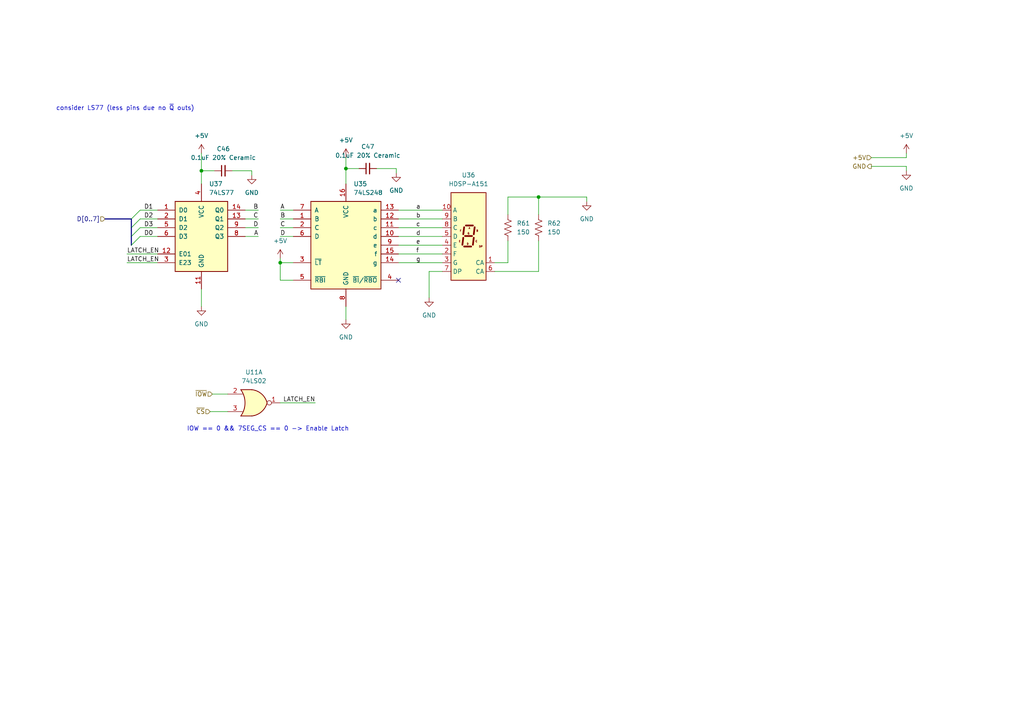
<source format=kicad_sch>
(kicad_sch
	(version 20231120)
	(generator "eeschema")
	(generator_version "8.0")
	(uuid "3403087d-3678-498e-a5bf-16219bd69987")
	(paper "A4")
	(lib_symbols
		(symbol "74xx:74LS02"
			(pin_names
				(offset 1.016)
			)
			(exclude_from_sim no)
			(in_bom yes)
			(on_board yes)
			(property "Reference" "U"
				(at 0 1.27 0)
				(effects
					(font
						(size 1.27 1.27)
					)
				)
			)
			(property "Value" "74LS02"
				(at 0 -1.27 0)
				(effects
					(font
						(size 1.27 1.27)
					)
				)
			)
			(property "Footprint" ""
				(at 0 0 0)
				(effects
					(font
						(size 1.27 1.27)
					)
					(hide yes)
				)
			)
			(property "Datasheet" "http://www.ti.com/lit/gpn/sn74ls02"
				(at 0 0 0)
				(effects
					(font
						(size 1.27 1.27)
					)
					(hide yes)
				)
			)
			(property "Description" "quad 2-input NOR gate"
				(at 0 0 0)
				(effects
					(font
						(size 1.27 1.27)
					)
					(hide yes)
				)
			)
			(property "ki_locked" ""
				(at 0 0 0)
				(effects
					(font
						(size 1.27 1.27)
					)
				)
			)
			(property "ki_keywords" "TTL Nor2"
				(at 0 0 0)
				(effects
					(font
						(size 1.27 1.27)
					)
					(hide yes)
				)
			)
			(property "ki_fp_filters" "SO14* DIP*W7.62mm*"
				(at 0 0 0)
				(effects
					(font
						(size 1.27 1.27)
					)
					(hide yes)
				)
			)
			(symbol "74LS02_1_1"
				(arc
					(start -3.81 -3.81)
					(mid -2.589 0)
					(end -3.81 3.81)
					(stroke
						(width 0.254)
						(type default)
					)
					(fill
						(type none)
					)
				)
				(arc
					(start -0.6096 -3.81)
					(mid 2.1842 -2.5851)
					(end 3.81 0)
					(stroke
						(width 0.254)
						(type default)
					)
					(fill
						(type background)
					)
				)
				(polyline
					(pts
						(xy -3.81 -3.81) (xy -0.635 -3.81)
					)
					(stroke
						(width 0.254)
						(type default)
					)
					(fill
						(type background)
					)
				)
				(polyline
					(pts
						(xy -3.81 3.81) (xy -0.635 3.81)
					)
					(stroke
						(width 0.254)
						(type default)
					)
					(fill
						(type background)
					)
				)
				(polyline
					(pts
						(xy -0.635 3.81) (xy -3.81 3.81) (xy -3.81 3.81) (xy -3.556 3.4036) (xy -3.0226 2.2606) (xy -2.6924 1.0414)
						(xy -2.6162 -0.254) (xy -2.7686 -1.4986) (xy -3.175 -2.7178) (xy -3.81 -3.81) (xy -3.81 -3.81)
						(xy -0.635 -3.81)
					)
					(stroke
						(width -25.4)
						(type default)
					)
					(fill
						(type background)
					)
				)
				(arc
					(start 3.81 0)
					(mid 2.1915 2.5936)
					(end -0.6096 3.81)
					(stroke
						(width 0.254)
						(type default)
					)
					(fill
						(type background)
					)
				)
				(pin output inverted
					(at 7.62 0 180)
					(length 3.81)
					(name "~"
						(effects
							(font
								(size 1.27 1.27)
							)
						)
					)
					(number "1"
						(effects
							(font
								(size 1.27 1.27)
							)
						)
					)
				)
				(pin input line
					(at -7.62 2.54 0)
					(length 4.318)
					(name "~"
						(effects
							(font
								(size 1.27 1.27)
							)
						)
					)
					(number "2"
						(effects
							(font
								(size 1.27 1.27)
							)
						)
					)
				)
				(pin input line
					(at -7.62 -2.54 0)
					(length 4.318)
					(name "~"
						(effects
							(font
								(size 1.27 1.27)
							)
						)
					)
					(number "3"
						(effects
							(font
								(size 1.27 1.27)
							)
						)
					)
				)
			)
			(symbol "74LS02_1_2"
				(arc
					(start 0 -3.81)
					(mid 3.7934 0)
					(end 0 3.81)
					(stroke
						(width 0.254)
						(type default)
					)
					(fill
						(type background)
					)
				)
				(polyline
					(pts
						(xy 0 3.81) (xy -3.81 3.81) (xy -3.81 -3.81) (xy 0 -3.81)
					)
					(stroke
						(width 0.254)
						(type default)
					)
					(fill
						(type background)
					)
				)
				(pin output line
					(at 7.62 0 180)
					(length 3.81)
					(name "~"
						(effects
							(font
								(size 1.27 1.27)
							)
						)
					)
					(number "1"
						(effects
							(font
								(size 1.27 1.27)
							)
						)
					)
				)
				(pin input inverted
					(at -7.62 2.54 0)
					(length 3.81)
					(name "~"
						(effects
							(font
								(size 1.27 1.27)
							)
						)
					)
					(number "2"
						(effects
							(font
								(size 1.27 1.27)
							)
						)
					)
				)
				(pin input inverted
					(at -7.62 -2.54 0)
					(length 3.81)
					(name "~"
						(effects
							(font
								(size 1.27 1.27)
							)
						)
					)
					(number "3"
						(effects
							(font
								(size 1.27 1.27)
							)
						)
					)
				)
			)
			(symbol "74LS02_2_1"
				(arc
					(start -3.81 -3.81)
					(mid -2.589 0)
					(end -3.81 3.81)
					(stroke
						(width 0.254)
						(type default)
					)
					(fill
						(type none)
					)
				)
				(arc
					(start -0.6096 -3.81)
					(mid 2.1842 -2.5851)
					(end 3.81 0)
					(stroke
						(width 0.254)
						(type default)
					)
					(fill
						(type background)
					)
				)
				(polyline
					(pts
						(xy -3.81 -3.81) (xy -0.635 -3.81)
					)
					(stroke
						(width 0.254)
						(type default)
					)
					(fill
						(type background)
					)
				)
				(polyline
					(pts
						(xy -3.81 3.81) (xy -0.635 3.81)
					)
					(stroke
						(width 0.254)
						(type default)
					)
					(fill
						(type background)
					)
				)
				(polyline
					(pts
						(xy -0.635 3.81) (xy -3.81 3.81) (xy -3.81 3.81) (xy -3.556 3.4036) (xy -3.0226 2.2606) (xy -2.6924 1.0414)
						(xy -2.6162 -0.254) (xy -2.7686 -1.4986) (xy -3.175 -2.7178) (xy -3.81 -3.81) (xy -3.81 -3.81)
						(xy -0.635 -3.81)
					)
					(stroke
						(width -25.4)
						(type default)
					)
					(fill
						(type background)
					)
				)
				(arc
					(start 3.81 0)
					(mid 2.1915 2.5936)
					(end -0.6096 3.81)
					(stroke
						(width 0.254)
						(type default)
					)
					(fill
						(type background)
					)
				)
				(pin output inverted
					(at 7.62 0 180)
					(length 3.81)
					(name "~"
						(effects
							(font
								(size 1.27 1.27)
							)
						)
					)
					(number "4"
						(effects
							(font
								(size 1.27 1.27)
							)
						)
					)
				)
				(pin input line
					(at -7.62 2.54 0)
					(length 4.318)
					(name "~"
						(effects
							(font
								(size 1.27 1.27)
							)
						)
					)
					(number "5"
						(effects
							(font
								(size 1.27 1.27)
							)
						)
					)
				)
				(pin input line
					(at -7.62 -2.54 0)
					(length 4.318)
					(name "~"
						(effects
							(font
								(size 1.27 1.27)
							)
						)
					)
					(number "6"
						(effects
							(font
								(size 1.27 1.27)
							)
						)
					)
				)
			)
			(symbol "74LS02_2_2"
				(arc
					(start 0 -3.81)
					(mid 3.7934 0)
					(end 0 3.81)
					(stroke
						(width 0.254)
						(type default)
					)
					(fill
						(type background)
					)
				)
				(polyline
					(pts
						(xy 0 3.81) (xy -3.81 3.81) (xy -3.81 -3.81) (xy 0 -3.81)
					)
					(stroke
						(width 0.254)
						(type default)
					)
					(fill
						(type background)
					)
				)
				(pin output line
					(at 7.62 0 180)
					(length 3.81)
					(name "~"
						(effects
							(font
								(size 1.27 1.27)
							)
						)
					)
					(number "4"
						(effects
							(font
								(size 1.27 1.27)
							)
						)
					)
				)
				(pin input inverted
					(at -7.62 2.54 0)
					(length 3.81)
					(name "~"
						(effects
							(font
								(size 1.27 1.27)
							)
						)
					)
					(number "5"
						(effects
							(font
								(size 1.27 1.27)
							)
						)
					)
				)
				(pin input inverted
					(at -7.62 -2.54 0)
					(length 3.81)
					(name "~"
						(effects
							(font
								(size 1.27 1.27)
							)
						)
					)
					(number "6"
						(effects
							(font
								(size 1.27 1.27)
							)
						)
					)
				)
			)
			(symbol "74LS02_3_1"
				(arc
					(start -3.81 -3.81)
					(mid -2.589 0)
					(end -3.81 3.81)
					(stroke
						(width 0.254)
						(type default)
					)
					(fill
						(type none)
					)
				)
				(arc
					(start -0.6096 -3.81)
					(mid 2.1842 -2.5851)
					(end 3.81 0)
					(stroke
						(width 0.254)
						(type default)
					)
					(fill
						(type background)
					)
				)
				(polyline
					(pts
						(xy -3.81 -3.81) (xy -0.635 -3.81)
					)
					(stroke
						(width 0.254)
						(type default)
					)
					(fill
						(type background)
					)
				)
				(polyline
					(pts
						(xy -3.81 3.81) (xy -0.635 3.81)
					)
					(stroke
						(width 0.254)
						(type default)
					)
					(fill
						(type background)
					)
				)
				(polyline
					(pts
						(xy -0.635 3.81) (xy -3.81 3.81) (xy -3.81 3.81) (xy -3.556 3.4036) (xy -3.0226 2.2606) (xy -2.6924 1.0414)
						(xy -2.6162 -0.254) (xy -2.7686 -1.4986) (xy -3.175 -2.7178) (xy -3.81 -3.81) (xy -3.81 -3.81)
						(xy -0.635 -3.81)
					)
					(stroke
						(width -25.4)
						(type default)
					)
					(fill
						(type background)
					)
				)
				(arc
					(start 3.81 0)
					(mid 2.1915 2.5936)
					(end -0.6096 3.81)
					(stroke
						(width 0.254)
						(type default)
					)
					(fill
						(type background)
					)
				)
				(pin output inverted
					(at 7.62 0 180)
					(length 3.81)
					(name "~"
						(effects
							(font
								(size 1.27 1.27)
							)
						)
					)
					(number "10"
						(effects
							(font
								(size 1.27 1.27)
							)
						)
					)
				)
				(pin input line
					(at -7.62 2.54 0)
					(length 4.318)
					(name "~"
						(effects
							(font
								(size 1.27 1.27)
							)
						)
					)
					(number "8"
						(effects
							(font
								(size 1.27 1.27)
							)
						)
					)
				)
				(pin input line
					(at -7.62 -2.54 0)
					(length 4.318)
					(name "~"
						(effects
							(font
								(size 1.27 1.27)
							)
						)
					)
					(number "9"
						(effects
							(font
								(size 1.27 1.27)
							)
						)
					)
				)
			)
			(symbol "74LS02_3_2"
				(arc
					(start 0 -3.81)
					(mid 3.7934 0)
					(end 0 3.81)
					(stroke
						(width 0.254)
						(type default)
					)
					(fill
						(type background)
					)
				)
				(polyline
					(pts
						(xy 0 3.81) (xy -3.81 3.81) (xy -3.81 -3.81) (xy 0 -3.81)
					)
					(stroke
						(width 0.254)
						(type default)
					)
					(fill
						(type background)
					)
				)
				(pin output line
					(at 7.62 0 180)
					(length 3.81)
					(name "~"
						(effects
							(font
								(size 1.27 1.27)
							)
						)
					)
					(number "10"
						(effects
							(font
								(size 1.27 1.27)
							)
						)
					)
				)
				(pin input inverted
					(at -7.62 2.54 0)
					(length 3.81)
					(name "~"
						(effects
							(font
								(size 1.27 1.27)
							)
						)
					)
					(number "8"
						(effects
							(font
								(size 1.27 1.27)
							)
						)
					)
				)
				(pin input inverted
					(at -7.62 -2.54 0)
					(length 3.81)
					(name "~"
						(effects
							(font
								(size 1.27 1.27)
							)
						)
					)
					(number "9"
						(effects
							(font
								(size 1.27 1.27)
							)
						)
					)
				)
			)
			(symbol "74LS02_4_1"
				(arc
					(start -3.81 -3.81)
					(mid -2.589 0)
					(end -3.81 3.81)
					(stroke
						(width 0.254)
						(type default)
					)
					(fill
						(type none)
					)
				)
				(arc
					(start -0.6096 -3.81)
					(mid 2.1842 -2.5851)
					(end 3.81 0)
					(stroke
						(width 0.254)
						(type default)
					)
					(fill
						(type background)
					)
				)
				(polyline
					(pts
						(xy -3.81 -3.81) (xy -0.635 -3.81)
					)
					(stroke
						(width 0.254)
						(type default)
					)
					(fill
						(type background)
					)
				)
				(polyline
					(pts
						(xy -3.81 3.81) (xy -0.635 3.81)
					)
					(stroke
						(width 0.254)
						(type default)
					)
					(fill
						(type background)
					)
				)
				(polyline
					(pts
						(xy -0.635 3.81) (xy -3.81 3.81) (xy -3.81 3.81) (xy -3.556 3.4036) (xy -3.0226 2.2606) (xy -2.6924 1.0414)
						(xy -2.6162 -0.254) (xy -2.7686 -1.4986) (xy -3.175 -2.7178) (xy -3.81 -3.81) (xy -3.81 -3.81)
						(xy -0.635 -3.81)
					)
					(stroke
						(width -25.4)
						(type default)
					)
					(fill
						(type background)
					)
				)
				(arc
					(start 3.81 0)
					(mid 2.1915 2.5936)
					(end -0.6096 3.81)
					(stroke
						(width 0.254)
						(type default)
					)
					(fill
						(type background)
					)
				)
				(pin input line
					(at -7.62 2.54 0)
					(length 4.318)
					(name "~"
						(effects
							(font
								(size 1.27 1.27)
							)
						)
					)
					(number "11"
						(effects
							(font
								(size 1.27 1.27)
							)
						)
					)
				)
				(pin input line
					(at -7.62 -2.54 0)
					(length 4.318)
					(name "~"
						(effects
							(font
								(size 1.27 1.27)
							)
						)
					)
					(number "12"
						(effects
							(font
								(size 1.27 1.27)
							)
						)
					)
				)
				(pin output inverted
					(at 7.62 0 180)
					(length 3.81)
					(name "~"
						(effects
							(font
								(size 1.27 1.27)
							)
						)
					)
					(number "13"
						(effects
							(font
								(size 1.27 1.27)
							)
						)
					)
				)
			)
			(symbol "74LS02_4_2"
				(arc
					(start 0 -3.81)
					(mid 3.7934 0)
					(end 0 3.81)
					(stroke
						(width 0.254)
						(type default)
					)
					(fill
						(type background)
					)
				)
				(polyline
					(pts
						(xy 0 3.81) (xy -3.81 3.81) (xy -3.81 -3.81) (xy 0 -3.81)
					)
					(stroke
						(width 0.254)
						(type default)
					)
					(fill
						(type background)
					)
				)
				(pin input inverted
					(at -7.62 2.54 0)
					(length 3.81)
					(name "~"
						(effects
							(font
								(size 1.27 1.27)
							)
						)
					)
					(number "11"
						(effects
							(font
								(size 1.27 1.27)
							)
						)
					)
				)
				(pin input inverted
					(at -7.62 -2.54 0)
					(length 3.81)
					(name "~"
						(effects
							(font
								(size 1.27 1.27)
							)
						)
					)
					(number "12"
						(effects
							(font
								(size 1.27 1.27)
							)
						)
					)
				)
				(pin output line
					(at 7.62 0 180)
					(length 3.81)
					(name "~"
						(effects
							(font
								(size 1.27 1.27)
							)
						)
					)
					(number "13"
						(effects
							(font
								(size 1.27 1.27)
							)
						)
					)
				)
			)
			(symbol "74LS02_5_0"
				(pin power_in line
					(at 0 12.7 270)
					(length 5.08)
					(name "VCC"
						(effects
							(font
								(size 1.27 1.27)
							)
						)
					)
					(number "14"
						(effects
							(font
								(size 1.27 1.27)
							)
						)
					)
				)
				(pin power_in line
					(at 0 -12.7 90)
					(length 5.08)
					(name "GND"
						(effects
							(font
								(size 1.27 1.27)
							)
						)
					)
					(number "7"
						(effects
							(font
								(size 1.27 1.27)
							)
						)
					)
				)
			)
			(symbol "74LS02_5_1"
				(rectangle
					(start -5.08 7.62)
					(end 5.08 -7.62)
					(stroke
						(width 0.254)
						(type default)
					)
					(fill
						(type background)
					)
				)
			)
		)
		(symbol "74xx:74LS248"
			(pin_names
				(offset 1.016)
			)
			(exclude_from_sim no)
			(in_bom yes)
			(on_board yes)
			(property "Reference" "U"
				(at -7.62 13.97 0)
				(effects
					(font
						(size 1.27 1.27)
					)
				)
			)
			(property "Value" "74LS248"
				(at -7.62 -13.97 0)
				(effects
					(font
						(size 1.27 1.27)
					)
				)
			)
			(property "Footprint" ""
				(at 0 0 0)
				(effects
					(font
						(size 1.27 1.27)
					)
					(hide yes)
				)
			)
			(property "Datasheet" "http://www.ti.com/lit/gpn/sn74LS248"
				(at 0 0 0)
				(effects
					(font
						(size 1.27 1.27)
					)
					(hide yes)
				)
			)
			(property "Description" "BCD to 7-segment Decoder, Active High"
				(at 0 0 0)
				(effects
					(font
						(size 1.27 1.27)
					)
					(hide yes)
				)
			)
			(property "ki_locked" ""
				(at 0 0 0)
				(effects
					(font
						(size 1.27 1.27)
					)
				)
			)
			(property "ki_keywords" "TTL DECOD"
				(at 0 0 0)
				(effects
					(font
						(size 1.27 1.27)
					)
					(hide yes)
				)
			)
			(property "ki_fp_filters" "DIP?16*"
				(at 0 0 0)
				(effects
					(font
						(size 1.27 1.27)
					)
					(hide yes)
				)
			)
			(symbol "74LS248_1_0"
				(pin input line
					(at -15.24 7.62 0)
					(length 5.08)
					(name "B"
						(effects
							(font
								(size 1.27 1.27)
							)
						)
					)
					(number "1"
						(effects
							(font
								(size 1.27 1.27)
							)
						)
					)
				)
				(pin open_collector line
					(at 15.24 2.54 180)
					(length 5.08)
					(name "d"
						(effects
							(font
								(size 1.27 1.27)
							)
						)
					)
					(number "10"
						(effects
							(font
								(size 1.27 1.27)
							)
						)
					)
				)
				(pin open_collector line
					(at 15.24 5.08 180)
					(length 5.08)
					(name "c"
						(effects
							(font
								(size 1.27 1.27)
							)
						)
					)
					(number "11"
						(effects
							(font
								(size 1.27 1.27)
							)
						)
					)
				)
				(pin open_collector line
					(at 15.24 7.62 180)
					(length 5.08)
					(name "b"
						(effects
							(font
								(size 1.27 1.27)
							)
						)
					)
					(number "12"
						(effects
							(font
								(size 1.27 1.27)
							)
						)
					)
				)
				(pin open_collector line
					(at 15.24 10.16 180)
					(length 5.08)
					(name "a"
						(effects
							(font
								(size 1.27 1.27)
							)
						)
					)
					(number "13"
						(effects
							(font
								(size 1.27 1.27)
							)
						)
					)
				)
				(pin open_collector line
					(at 15.24 -5.08 180)
					(length 5.08)
					(name "g"
						(effects
							(font
								(size 1.27 1.27)
							)
						)
					)
					(number "14"
						(effects
							(font
								(size 1.27 1.27)
							)
						)
					)
				)
				(pin open_collector line
					(at 15.24 -2.54 180)
					(length 5.08)
					(name "f"
						(effects
							(font
								(size 1.27 1.27)
							)
						)
					)
					(number "15"
						(effects
							(font
								(size 1.27 1.27)
							)
						)
					)
				)
				(pin power_in line
					(at 0 17.78 270)
					(length 5.08)
					(name "VCC"
						(effects
							(font
								(size 1.27 1.27)
							)
						)
					)
					(number "16"
						(effects
							(font
								(size 1.27 1.27)
							)
						)
					)
				)
				(pin input line
					(at -15.24 5.08 0)
					(length 5.08)
					(name "C"
						(effects
							(font
								(size 1.27 1.27)
							)
						)
					)
					(number "2"
						(effects
							(font
								(size 1.27 1.27)
							)
						)
					)
				)
				(pin input line
					(at -15.24 -5.08 0)
					(length 5.08)
					(name "~{LT}"
						(effects
							(font
								(size 1.27 1.27)
							)
						)
					)
					(number "3"
						(effects
							(font
								(size 1.27 1.27)
							)
						)
					)
				)
				(pin open_collector line
					(at 15.24 -10.16 180)
					(length 5.08)
					(name "~{BI}/~{RBO}"
						(effects
							(font
								(size 1.27 1.27)
							)
						)
					)
					(number "4"
						(effects
							(font
								(size 1.27 1.27)
							)
						)
					)
				)
				(pin input line
					(at -15.24 -10.16 0)
					(length 5.08)
					(name "~{RBI}"
						(effects
							(font
								(size 1.27 1.27)
							)
						)
					)
					(number "5"
						(effects
							(font
								(size 1.27 1.27)
							)
						)
					)
				)
				(pin input line
					(at -15.24 2.54 0)
					(length 5.08)
					(name "D"
						(effects
							(font
								(size 1.27 1.27)
							)
						)
					)
					(number "6"
						(effects
							(font
								(size 1.27 1.27)
							)
						)
					)
				)
				(pin input line
					(at -15.24 10.16 0)
					(length 5.08)
					(name "A"
						(effects
							(font
								(size 1.27 1.27)
							)
						)
					)
					(number "7"
						(effects
							(font
								(size 1.27 1.27)
							)
						)
					)
				)
				(pin power_in line
					(at 0 -17.78 90)
					(length 5.08)
					(name "GND"
						(effects
							(font
								(size 1.27 1.27)
							)
						)
					)
					(number "8"
						(effects
							(font
								(size 1.27 1.27)
							)
						)
					)
				)
				(pin open_collector line
					(at 15.24 0 180)
					(length 5.08)
					(name "e"
						(effects
							(font
								(size 1.27 1.27)
							)
						)
					)
					(number "9"
						(effects
							(font
								(size 1.27 1.27)
							)
						)
					)
				)
			)
			(symbol "74LS248_1_1"
				(rectangle
					(start -10.16 12.7)
					(end 10.16 -12.7)
					(stroke
						(width 0.254)
						(type default)
					)
					(fill
						(type background)
					)
				)
			)
		)
		(symbol "74xx:74LS77"
			(pin_names
				(offset 1.016)
			)
			(exclude_from_sim no)
			(in_bom yes)
			(on_board yes)
			(property "Reference" "U"
				(at -7.62 11.43 0)
				(effects
					(font
						(size 1.27 1.27)
					)
				)
			)
			(property "Value" "74LS77"
				(at -7.62 -11.43 0)
				(effects
					(font
						(size 1.27 1.27)
					)
				)
			)
			(property "Footprint" ""
				(at 0 0 0)
				(effects
					(font
						(size 1.27 1.27)
					)
					(hide yes)
				)
			)
			(property "Datasheet" "http://www.ti.com/lit/gpn/sn74LS77"
				(at 0 0 0)
				(effects
					(font
						(size 1.27 1.27)
					)
					(hide yes)
				)
			)
			(property "Description" "4-bit Latch"
				(at 0 0 0)
				(effects
					(font
						(size 1.27 1.27)
					)
					(hide yes)
				)
			)
			(property "ki_locked" ""
				(at 0 0 0)
				(effects
					(font
						(size 1.27 1.27)
					)
				)
			)
			(property "ki_keywords" "TTL DFF Latch"
				(at 0 0 0)
				(effects
					(font
						(size 1.27 1.27)
					)
					(hide yes)
				)
			)
			(property "ki_fp_filters" "DIP?12*"
				(at 0 0 0)
				(effects
					(font
						(size 1.27 1.27)
					)
					(hide yes)
				)
			)
			(symbol "74LS77_1_0"
				(pin input line
					(at -12.7 7.62 0)
					(length 5.08)
					(name "D0"
						(effects
							(font
								(size 1.27 1.27)
							)
						)
					)
					(number "1"
						(effects
							(font
								(size 1.27 1.27)
							)
						)
					)
				)
				(pin power_in line
					(at 0 -15.24 90)
					(length 5.08)
					(name "GND"
						(effects
							(font
								(size 1.27 1.27)
							)
						)
					)
					(number "11"
						(effects
							(font
								(size 1.27 1.27)
							)
						)
					)
				)
				(pin input line
					(at -12.7 -5.08 0)
					(length 5.08)
					(name "E01"
						(effects
							(font
								(size 1.27 1.27)
							)
						)
					)
					(number "12"
						(effects
							(font
								(size 1.27 1.27)
							)
						)
					)
				)
				(pin output line
					(at 12.7 5.08 180)
					(length 5.08)
					(name "Q1"
						(effects
							(font
								(size 1.27 1.27)
							)
						)
					)
					(number "13"
						(effects
							(font
								(size 1.27 1.27)
							)
						)
					)
				)
				(pin output line
					(at 12.7 7.62 180)
					(length 5.08)
					(name "Q0"
						(effects
							(font
								(size 1.27 1.27)
							)
						)
					)
					(number "14"
						(effects
							(font
								(size 1.27 1.27)
							)
						)
					)
				)
				(pin input line
					(at -12.7 5.08 0)
					(length 5.08)
					(name "D1"
						(effects
							(font
								(size 1.27 1.27)
							)
						)
					)
					(number "2"
						(effects
							(font
								(size 1.27 1.27)
							)
						)
					)
				)
				(pin input line
					(at -12.7 -7.62 0)
					(length 5.08)
					(name "E23"
						(effects
							(font
								(size 1.27 1.27)
							)
						)
					)
					(number "3"
						(effects
							(font
								(size 1.27 1.27)
							)
						)
					)
				)
				(pin power_in line
					(at 0 15.24 270)
					(length 5.08)
					(name "VCC"
						(effects
							(font
								(size 1.27 1.27)
							)
						)
					)
					(number "4"
						(effects
							(font
								(size 1.27 1.27)
							)
						)
					)
				)
				(pin input line
					(at -12.7 2.54 0)
					(length 5.08)
					(name "D2"
						(effects
							(font
								(size 1.27 1.27)
							)
						)
					)
					(number "5"
						(effects
							(font
								(size 1.27 1.27)
							)
						)
					)
				)
				(pin input line
					(at -12.7 0 0)
					(length 5.08)
					(name "D3"
						(effects
							(font
								(size 1.27 1.27)
							)
						)
					)
					(number "6"
						(effects
							(font
								(size 1.27 1.27)
							)
						)
					)
				)
				(pin output line
					(at 12.7 0 180)
					(length 5.08)
					(name "Q3"
						(effects
							(font
								(size 1.27 1.27)
							)
						)
					)
					(number "8"
						(effects
							(font
								(size 1.27 1.27)
							)
						)
					)
				)
				(pin output line
					(at 12.7 2.54 180)
					(length 5.08)
					(name "Q2"
						(effects
							(font
								(size 1.27 1.27)
							)
						)
					)
					(number "9"
						(effects
							(font
								(size 1.27 1.27)
							)
						)
					)
				)
			)
			(symbol "74LS77_1_1"
				(rectangle
					(start -7.62 10.16)
					(end 7.62 -10.16)
					(stroke
						(width 0.254)
						(type default)
					)
					(fill
						(type background)
					)
				)
			)
		)
		(symbol "Device:C_Small"
			(pin_numbers hide)
			(pin_names
				(offset 0.254) hide)
			(exclude_from_sim no)
			(in_bom yes)
			(on_board yes)
			(property "Reference" "C"
				(at 0.254 1.778 0)
				(effects
					(font
						(size 1.27 1.27)
					)
					(justify left)
				)
			)
			(property "Value" "C_Small"
				(at 0.254 -2.032 0)
				(effects
					(font
						(size 1.27 1.27)
					)
					(justify left)
				)
			)
			(property "Footprint" ""
				(at 0 0 0)
				(effects
					(font
						(size 1.27 1.27)
					)
					(hide yes)
				)
			)
			(property "Datasheet" "~"
				(at 0 0 0)
				(effects
					(font
						(size 1.27 1.27)
					)
					(hide yes)
				)
			)
			(property "Description" "Unpolarized capacitor, small symbol"
				(at 0 0 0)
				(effects
					(font
						(size 1.27 1.27)
					)
					(hide yes)
				)
			)
			(property "ki_keywords" "capacitor cap"
				(at 0 0 0)
				(effects
					(font
						(size 1.27 1.27)
					)
					(hide yes)
				)
			)
			(property "ki_fp_filters" "C_*"
				(at 0 0 0)
				(effects
					(font
						(size 1.27 1.27)
					)
					(hide yes)
				)
			)
			(symbol "C_Small_0_1"
				(polyline
					(pts
						(xy -1.524 -0.508) (xy 1.524 -0.508)
					)
					(stroke
						(width 0.3302)
						(type default)
					)
					(fill
						(type none)
					)
				)
				(polyline
					(pts
						(xy -1.524 0.508) (xy 1.524 0.508)
					)
					(stroke
						(width 0.3048)
						(type default)
					)
					(fill
						(type none)
					)
				)
			)
			(symbol "C_Small_1_1"
				(pin passive line
					(at 0 2.54 270)
					(length 2.032)
					(name "~"
						(effects
							(font
								(size 1.27 1.27)
							)
						)
					)
					(number "1"
						(effects
							(font
								(size 1.27 1.27)
							)
						)
					)
				)
				(pin passive line
					(at 0 -2.54 90)
					(length 2.032)
					(name "~"
						(effects
							(font
								(size 1.27 1.27)
							)
						)
					)
					(number "2"
						(effects
							(font
								(size 1.27 1.27)
							)
						)
					)
				)
			)
		)
		(symbol "Device:R_US"
			(pin_numbers hide)
			(pin_names
				(offset 0)
			)
			(exclude_from_sim no)
			(in_bom yes)
			(on_board yes)
			(property "Reference" "R"
				(at 2.54 0 90)
				(effects
					(font
						(size 1.27 1.27)
					)
				)
			)
			(property "Value" "R_US"
				(at -2.54 0 90)
				(effects
					(font
						(size 1.27 1.27)
					)
				)
			)
			(property "Footprint" ""
				(at 1.016 -0.254 90)
				(effects
					(font
						(size 1.27 1.27)
					)
					(hide yes)
				)
			)
			(property "Datasheet" "~"
				(at 0 0 0)
				(effects
					(font
						(size 1.27 1.27)
					)
					(hide yes)
				)
			)
			(property "Description" "Resistor, US symbol"
				(at 0 0 0)
				(effects
					(font
						(size 1.27 1.27)
					)
					(hide yes)
				)
			)
			(property "ki_keywords" "R res resistor"
				(at 0 0 0)
				(effects
					(font
						(size 1.27 1.27)
					)
					(hide yes)
				)
			)
			(property "ki_fp_filters" "R_*"
				(at 0 0 0)
				(effects
					(font
						(size 1.27 1.27)
					)
					(hide yes)
				)
			)
			(symbol "R_US_0_1"
				(polyline
					(pts
						(xy 0 -2.286) (xy 0 -2.54)
					)
					(stroke
						(width 0)
						(type default)
					)
					(fill
						(type none)
					)
				)
				(polyline
					(pts
						(xy 0 2.286) (xy 0 2.54)
					)
					(stroke
						(width 0)
						(type default)
					)
					(fill
						(type none)
					)
				)
				(polyline
					(pts
						(xy 0 -0.762) (xy 1.016 -1.143) (xy 0 -1.524) (xy -1.016 -1.905) (xy 0 -2.286)
					)
					(stroke
						(width 0)
						(type default)
					)
					(fill
						(type none)
					)
				)
				(polyline
					(pts
						(xy 0 0.762) (xy 1.016 0.381) (xy 0 0) (xy -1.016 -0.381) (xy 0 -0.762)
					)
					(stroke
						(width 0)
						(type default)
					)
					(fill
						(type none)
					)
				)
				(polyline
					(pts
						(xy 0 2.286) (xy 1.016 1.905) (xy 0 1.524) (xy -1.016 1.143) (xy 0 0.762)
					)
					(stroke
						(width 0)
						(type default)
					)
					(fill
						(type none)
					)
				)
			)
			(symbol "R_US_1_1"
				(pin passive line
					(at 0 3.81 270)
					(length 1.27)
					(name "~"
						(effects
							(font
								(size 1.27 1.27)
							)
						)
					)
					(number "1"
						(effects
							(font
								(size 1.27 1.27)
							)
						)
					)
				)
				(pin passive line
					(at 0 -3.81 90)
					(length 1.27)
					(name "~"
						(effects
							(font
								(size 1.27 1.27)
							)
						)
					)
					(number "2"
						(effects
							(font
								(size 1.27 1.27)
							)
						)
					)
				)
			)
		)
		(symbol "Display_Character:HDSP-A151"
			(exclude_from_sim no)
			(in_bom yes)
			(on_board yes)
			(property "Reference" "U"
				(at -3.81 13.97 0)
				(effects
					(font
						(size 1.27 1.27)
					)
				)
			)
			(property "Value" "HDSP-A151"
				(at 6.35 13.97 0)
				(effects
					(font
						(size 1.27 1.27)
					)
				)
			)
			(property "Footprint" "Display_7Segment:HDSP-A151"
				(at 0 -13.97 0)
				(effects
					(font
						(size 1.27 1.27)
					)
					(hide yes)
				)
			)
			(property "Datasheet" "https://docs.broadcom.com/docs/AV02-2553EN"
				(at -12.7 13.97 0)
				(effects
					(font
						(size 1.27 1.27)
					)
					(hide yes)
				)
			)
			(property "Description" "One digit 7 segment red, common anode"
				(at 0 0 0)
				(effects
					(font
						(size 1.27 1.27)
					)
					(hide yes)
				)
			)
			(property "ki_keywords" "display LED 7-segment"
				(at 0 0 0)
				(effects
					(font
						(size 1.27 1.27)
					)
					(hide yes)
				)
			)
			(property "ki_fp_filters" "HDSP?A151*"
				(at 0 0 0)
				(effects
					(font
						(size 1.27 1.27)
					)
					(hide yes)
				)
			)
			(symbol "HDSP-A151_1_0"
				(text "A"
					(at 0.254 2.413 0)
					(effects
						(font
							(size 0.508 0.508)
						)
					)
				)
				(text "B"
					(at 2.54 1.651 0)
					(effects
						(font
							(size 0.508 0.508)
						)
					)
				)
				(text "C"
					(at 2.286 -1.397 0)
					(effects
						(font
							(size 0.508 0.508)
						)
					)
				)
				(text "D"
					(at -0.254 -2.159 0)
					(effects
						(font
							(size 0.508 0.508)
						)
					)
				)
				(text "DP"
					(at 3.556 -2.921 0)
					(effects
						(font
							(size 0.508 0.508)
						)
					)
				)
				(text "E"
					(at -2.54 -1.397 0)
					(effects
						(font
							(size 0.508 0.508)
						)
					)
				)
				(text "F"
					(at -2.286 1.651 0)
					(effects
						(font
							(size 0.508 0.508)
						)
					)
				)
				(text "G"
					(at 0 0.889 0)
					(effects
						(font
							(size 0.508 0.508)
						)
					)
				)
			)
			(symbol "HDSP-A151_1_1"
				(rectangle
					(start -5.08 12.7)
					(end 5.08 -12.7)
					(stroke
						(width 0.254)
						(type default)
					)
					(fill
						(type background)
					)
				)
				(polyline
					(pts
						(xy -1.524 -0.381) (xy -1.778 -2.413)
					)
					(stroke
						(width 0.508)
						(type default)
					)
					(fill
						(type none)
					)
				)
				(polyline
					(pts
						(xy -1.27 -2.921) (xy 0.762 -2.921)
					)
					(stroke
						(width 0.508)
						(type default)
					)
					(fill
						(type none)
					)
				)
				(polyline
					(pts
						(xy -1.27 2.667) (xy -1.524 0.635)
					)
					(stroke
						(width 0.508)
						(type default)
					)
					(fill
						(type none)
					)
				)
				(polyline
					(pts
						(xy -1.016 0.127) (xy 1.016 0.127)
					)
					(stroke
						(width 0.508)
						(type default)
					)
					(fill
						(type none)
					)
				)
				(polyline
					(pts
						(xy -0.762 3.175) (xy 1.27 3.175)
					)
					(stroke
						(width 0.508)
						(type default)
					)
					(fill
						(type none)
					)
				)
				(polyline
					(pts
						(xy 1.524 -0.381) (xy 1.27 -2.413)
					)
					(stroke
						(width 0.508)
						(type default)
					)
					(fill
						(type none)
					)
				)
				(polyline
					(pts
						(xy 1.778 2.667) (xy 1.524 0.635)
					)
					(stroke
						(width 0.508)
						(type default)
					)
					(fill
						(type none)
					)
				)
				(polyline
					(pts
						(xy 2.54 -2.921) (xy 2.54 -2.921)
					)
					(stroke
						(width 0.508)
						(type default)
					)
					(fill
						(type none)
					)
				)
				(pin input line
					(at 7.62 -7.62 180)
					(length 2.54)
					(name "CA"
						(effects
							(font
								(size 1.27 1.27)
							)
						)
					)
					(number "1"
						(effects
							(font
								(size 1.27 1.27)
							)
						)
					)
				)
				(pin input line
					(at -7.62 7.62 0)
					(length 2.54)
					(name "A"
						(effects
							(font
								(size 1.27 1.27)
							)
						)
					)
					(number "10"
						(effects
							(font
								(size 1.27 1.27)
							)
						)
					)
				)
				(pin input line
					(at -7.62 -5.08 0)
					(length 2.54)
					(name "F"
						(effects
							(font
								(size 1.27 1.27)
							)
						)
					)
					(number "2"
						(effects
							(font
								(size 1.27 1.27)
							)
						)
					)
				)
				(pin input line
					(at -7.62 -7.62 0)
					(length 2.54)
					(name "G"
						(effects
							(font
								(size 1.27 1.27)
							)
						)
					)
					(number "3"
						(effects
							(font
								(size 1.27 1.27)
							)
						)
					)
				)
				(pin input line
					(at -7.62 -2.54 0)
					(length 2.54)
					(name "E"
						(effects
							(font
								(size 1.27 1.27)
							)
						)
					)
					(number "4"
						(effects
							(font
								(size 1.27 1.27)
							)
						)
					)
				)
				(pin input line
					(at -7.62 0 0)
					(length 2.54)
					(name "D"
						(effects
							(font
								(size 1.27 1.27)
							)
						)
					)
					(number "5"
						(effects
							(font
								(size 1.27 1.27)
							)
						)
					)
				)
				(pin input line
					(at 7.62 -10.16 180)
					(length 2.54)
					(name "CA"
						(effects
							(font
								(size 1.27 1.27)
							)
						)
					)
					(number "6"
						(effects
							(font
								(size 1.27 1.27)
							)
						)
					)
				)
				(pin input line
					(at -7.62 -10.16 0)
					(length 2.54)
					(name "DP"
						(effects
							(font
								(size 1.27 1.27)
							)
						)
					)
					(number "7"
						(effects
							(font
								(size 1.27 1.27)
							)
						)
					)
				)
				(pin input line
					(at -7.62 2.54 0)
					(length 2.54)
					(name "C"
						(effects
							(font
								(size 1.27 1.27)
							)
						)
					)
					(number "8"
						(effects
							(font
								(size 1.27 1.27)
							)
						)
					)
				)
				(pin input line
					(at -7.62 5.08 0)
					(length 2.54)
					(name "B"
						(effects
							(font
								(size 1.27 1.27)
							)
						)
					)
					(number "9"
						(effects
							(font
								(size 1.27 1.27)
							)
						)
					)
				)
			)
		)
		(symbol "power:+5V"
			(power)
			(pin_names
				(offset 0)
			)
			(exclude_from_sim no)
			(in_bom yes)
			(on_board yes)
			(property "Reference" "#PWR"
				(at 0 -3.81 0)
				(effects
					(font
						(size 1.27 1.27)
					)
					(hide yes)
				)
			)
			(property "Value" "+5V"
				(at 0 3.556 0)
				(effects
					(font
						(size 1.27 1.27)
					)
				)
			)
			(property "Footprint" ""
				(at 0 0 0)
				(effects
					(font
						(size 1.27 1.27)
					)
					(hide yes)
				)
			)
			(property "Datasheet" ""
				(at 0 0 0)
				(effects
					(font
						(size 1.27 1.27)
					)
					(hide yes)
				)
			)
			(property "Description" "Power symbol creates a global label with name \"+5V\""
				(at 0 0 0)
				(effects
					(font
						(size 1.27 1.27)
					)
					(hide yes)
				)
			)
			(property "ki_keywords" "global power"
				(at 0 0 0)
				(effects
					(font
						(size 1.27 1.27)
					)
					(hide yes)
				)
			)
			(symbol "+5V_0_1"
				(polyline
					(pts
						(xy -0.762 1.27) (xy 0 2.54)
					)
					(stroke
						(width 0)
						(type default)
					)
					(fill
						(type none)
					)
				)
				(polyline
					(pts
						(xy 0 0) (xy 0 2.54)
					)
					(stroke
						(width 0)
						(type default)
					)
					(fill
						(type none)
					)
				)
				(polyline
					(pts
						(xy 0 2.54) (xy 0.762 1.27)
					)
					(stroke
						(width 0)
						(type default)
					)
					(fill
						(type none)
					)
				)
			)
			(symbol "+5V_1_1"
				(pin power_in line
					(at 0 0 90)
					(length 0) hide
					(name "+5V"
						(effects
							(font
								(size 1.27 1.27)
							)
						)
					)
					(number "1"
						(effects
							(font
								(size 1.27 1.27)
							)
						)
					)
				)
			)
		)
		(symbol "power:GND"
			(power)
			(pin_names
				(offset 0)
			)
			(exclude_from_sim no)
			(in_bom yes)
			(on_board yes)
			(property "Reference" "#PWR"
				(at 0 -6.35 0)
				(effects
					(font
						(size 1.27 1.27)
					)
					(hide yes)
				)
			)
			(property "Value" "GND"
				(at 0 -3.81 0)
				(effects
					(font
						(size 1.27 1.27)
					)
				)
			)
			(property "Footprint" ""
				(at 0 0 0)
				(effects
					(font
						(size 1.27 1.27)
					)
					(hide yes)
				)
			)
			(property "Datasheet" ""
				(at 0 0 0)
				(effects
					(font
						(size 1.27 1.27)
					)
					(hide yes)
				)
			)
			(property "Description" "Power symbol creates a global label with name \"GND\" , ground"
				(at 0 0 0)
				(effects
					(font
						(size 1.27 1.27)
					)
					(hide yes)
				)
			)
			(property "ki_keywords" "global power"
				(at 0 0 0)
				(effects
					(font
						(size 1.27 1.27)
					)
					(hide yes)
				)
			)
			(symbol "GND_0_1"
				(polyline
					(pts
						(xy 0 0) (xy 0 -1.27) (xy 1.27 -1.27) (xy 0 -2.54) (xy -1.27 -1.27) (xy 0 -1.27)
					)
					(stroke
						(width 0)
						(type default)
					)
					(fill
						(type none)
					)
				)
			)
			(symbol "GND_1_1"
				(pin power_in line
					(at 0 0 270)
					(length 0) hide
					(name "GND"
						(effects
							(font
								(size 1.27 1.27)
							)
						)
					)
					(number "1"
						(effects
							(font
								(size 1.27 1.27)
							)
						)
					)
				)
			)
		)
	)
	(junction
		(at 156.21 57.15)
		(diameter 0)
		(color 0 0 0 0)
		(uuid "221629a0-0022-4178-ad02-61ec2710c44a")
	)
	(junction
		(at 100.33 48.895)
		(diameter 0)
		(color 0 0 0 0)
		(uuid "b37bc7c6-99a4-483c-b37f-2ea899b95ebd")
	)
	(junction
		(at 81.28 76.2)
		(diameter 0)
		(color 0 0 0 0)
		(uuid "f317f62c-4a99-42cd-a91d-6ba9b1a26626")
	)
	(junction
		(at 58.42 49.53)
		(diameter 0)
		(color 0 0 0 0)
		(uuid "fd6364a0-6f75-4e48-a31c-99ccb63873fc")
	)
	(no_connect
		(at 115.57 81.28)
		(uuid "438473ac-4a78-4d99-8d55-c98af7788c8f")
	)
	(bus_entry
		(at 40.64 63.5)
		(size -2.54 2.54)
		(stroke
			(width 0)
			(type default)
		)
		(uuid "109b9ad6-2d9f-4878-84b9-d6a43b34412f")
	)
	(bus_entry
		(at 40.64 66.04)
		(size -2.54 2.54)
		(stroke
			(width 0)
			(type default)
		)
		(uuid "1a93d9c9-2ae4-41a0-ac01-3c798b44d9f6")
	)
	(bus_entry
		(at 40.64 60.96)
		(size -2.54 2.54)
		(stroke
			(width 0)
			(type default)
		)
		(uuid "31fabe77-67c6-4435-a196-12688f9c727d")
	)
	(bus_entry
		(at 40.64 68.58)
		(size -2.54 2.54)
		(stroke
			(width 0)
			(type default)
		)
		(uuid "f37c8059-a0d0-4e7b-9288-375dac5b87cd")
	)
	(wire
		(pts
			(xy 252.73 45.72) (xy 262.89 45.72)
		)
		(stroke
			(width 0)
			(type default)
		)
		(uuid "0bc4ed20-7224-4732-91d3-6b53ee34d02c")
	)
	(wire
		(pts
			(xy 73.025 49.53) (xy 73.025 50.8)
		)
		(stroke
			(width 0)
			(type default)
		)
		(uuid "0be61ab8-050a-4df2-b936-841c590b1332")
	)
	(wire
		(pts
			(xy 61.595 114.3) (xy 66.04 114.3)
		)
		(stroke
			(width 0)
			(type default)
		)
		(uuid "157e45a4-bd1c-44e9-ac4c-105dfec8aaf4")
	)
	(wire
		(pts
			(xy 143.51 76.2) (xy 147.32 76.2)
		)
		(stroke
			(width 0)
			(type default)
		)
		(uuid "1a6bfd7d-14f1-4372-b7f0-c3f06b06e5ba")
	)
	(wire
		(pts
			(xy 81.28 81.28) (xy 81.28 76.2)
		)
		(stroke
			(width 0)
			(type default)
		)
		(uuid "1e314bb5-b6a2-4fba-9c48-cfa38f75d87d")
	)
	(wire
		(pts
			(xy 156.21 57.15) (xy 156.21 62.23)
		)
		(stroke
			(width 0)
			(type default)
		)
		(uuid "211199dd-5c62-4039-803e-f9deb63988f5")
	)
	(wire
		(pts
			(xy 124.46 78.74) (xy 124.46 86.36)
		)
		(stroke
			(width 0)
			(type default)
		)
		(uuid "25f4eb33-ccdb-458d-b7c4-6362feb8709c")
	)
	(wire
		(pts
			(xy 45.72 68.58) (xy 40.64 68.58)
		)
		(stroke
			(width 0)
			(type default)
		)
		(uuid "27016fed-2b0b-42d0-8dfa-6be70abca089")
	)
	(wire
		(pts
			(xy 81.28 63.5) (xy 85.09 63.5)
		)
		(stroke
			(width 0)
			(type default)
		)
		(uuid "2d20af87-d12e-4310-b746-ae8a26192673")
	)
	(wire
		(pts
			(xy 58.42 83.82) (xy 58.42 88.9)
		)
		(stroke
			(width 0)
			(type default)
		)
		(uuid "2e41dca2-75ca-404a-a6c8-8fddecf72aba")
	)
	(wire
		(pts
			(xy 115.57 76.2) (xy 128.27 76.2)
		)
		(stroke
			(width 0)
			(type default)
		)
		(uuid "3b972966-409e-40c5-bdc8-70417571ea05")
	)
	(wire
		(pts
			(xy 156.21 78.74) (xy 156.21 69.85)
		)
		(stroke
			(width 0)
			(type default)
		)
		(uuid "3c685b5e-04e1-4d06-bda9-fb720a1278e4")
	)
	(wire
		(pts
			(xy 156.21 57.15) (xy 170.18 57.15)
		)
		(stroke
			(width 0)
			(type default)
		)
		(uuid "3e55bb91-fddc-490a-93fe-c0a99add3aad")
	)
	(wire
		(pts
			(xy 71.12 60.96) (xy 74.93 60.96)
		)
		(stroke
			(width 0)
			(type default)
		)
		(uuid "3eb3e8ec-9397-48fe-880e-f76f1137db7f")
	)
	(wire
		(pts
			(xy 45.72 73.66) (xy 36.83 73.66)
		)
		(stroke
			(width 0)
			(type default)
		)
		(uuid "3fb55910-78fb-4fa7-9b13-d8742b7dcb36")
	)
	(wire
		(pts
			(xy 252.73 48.26) (xy 262.89 48.26)
		)
		(stroke
			(width 0)
			(type default)
		)
		(uuid "4708601c-c407-40b1-bd78-da83f85ba510")
	)
	(wire
		(pts
			(xy 71.12 63.5) (xy 74.93 63.5)
		)
		(stroke
			(width 0)
			(type default)
		)
		(uuid "47574f4f-fc1b-4150-99e4-0fc92471ef65")
	)
	(wire
		(pts
			(xy 170.18 57.15) (xy 170.18 58.42)
		)
		(stroke
			(width 0)
			(type default)
		)
		(uuid "496c8d87-c7a8-40f2-8ddc-1a2161606880")
	)
	(wire
		(pts
			(xy 147.32 76.2) (xy 147.32 69.85)
		)
		(stroke
			(width 0)
			(type default)
		)
		(uuid "4e9ac7e2-8539-43c2-a955-7dd319f317f8")
	)
	(wire
		(pts
			(xy 115.57 68.58) (xy 128.27 68.58)
		)
		(stroke
			(width 0)
			(type default)
		)
		(uuid "517b3a3d-595b-43ef-81ed-df9a970eceb4")
	)
	(wire
		(pts
			(xy 45.72 66.04) (xy 40.64 66.04)
		)
		(stroke
			(width 0)
			(type default)
		)
		(uuid "5e232e58-d139-40da-a1d0-562fc9f83550")
	)
	(wire
		(pts
			(xy 109.22 48.895) (xy 114.935 48.895)
		)
		(stroke
			(width 0)
			(type default)
		)
		(uuid "5fd8f18b-a85a-411f-9587-ae56e216c77a")
	)
	(bus
		(pts
			(xy 38.1 63.5) (xy 38.1 66.04)
		)
		(stroke
			(width 0)
			(type default)
		)
		(uuid "65f799e8-665b-4fd9-8f22-0621eb6469d8")
	)
	(wire
		(pts
			(xy 40.64 60.96) (xy 45.72 60.96)
		)
		(stroke
			(width 0)
			(type default)
		)
		(uuid "671024ef-6064-4013-911a-290ca420c5bd")
	)
	(wire
		(pts
			(xy 262.89 48.26) (xy 262.89 49.53)
		)
		(stroke
			(width 0)
			(type default)
		)
		(uuid "699d5580-16dc-4d49-a2e9-d0c915aa5fd7")
	)
	(wire
		(pts
			(xy 115.57 66.04) (xy 128.27 66.04)
		)
		(stroke
			(width 0)
			(type default)
		)
		(uuid "6a3bd35a-9af5-4135-978f-f48a3ce28be6")
	)
	(bus
		(pts
			(xy 30.48 63.5) (xy 38.1 63.5)
		)
		(stroke
			(width 0)
			(type default)
		)
		(uuid "6b49edde-3dd9-4bb1-a9ba-f360becc0d14")
	)
	(wire
		(pts
			(xy 115.57 60.96) (xy 128.27 60.96)
		)
		(stroke
			(width 0)
			(type default)
		)
		(uuid "703a0fe4-0d1d-467b-a435-f64f4ec772a9")
	)
	(wire
		(pts
			(xy 58.42 44.45) (xy 58.42 49.53)
		)
		(stroke
			(width 0)
			(type default)
		)
		(uuid "70454a36-eb84-4dba-9626-906b31fa929f")
	)
	(wire
		(pts
			(xy 81.28 68.58) (xy 85.09 68.58)
		)
		(stroke
			(width 0)
			(type default)
		)
		(uuid "783593fa-ca05-4c2c-9b46-bd3191e9f970")
	)
	(wire
		(pts
			(xy 71.12 66.04) (xy 74.93 66.04)
		)
		(stroke
			(width 0)
			(type default)
		)
		(uuid "7952e9f1-7e55-4115-9f00-69f5de27071a")
	)
	(wire
		(pts
			(xy 81.28 74.93) (xy 81.28 76.2)
		)
		(stroke
			(width 0)
			(type default)
		)
		(uuid "88e8a956-2184-4b30-945b-d0980e4c744f")
	)
	(wire
		(pts
			(xy 58.42 49.53) (xy 62.23 49.53)
		)
		(stroke
			(width 0)
			(type default)
		)
		(uuid "899751b0-d589-4ea1-ba1c-79ef717a14dd")
	)
	(wire
		(pts
			(xy 60.96 119.38) (xy 66.04 119.38)
		)
		(stroke
			(width 0)
			(type default)
		)
		(uuid "8aca1876-f217-495f-bada-408c1e7f7817")
	)
	(bus
		(pts
			(xy 38.1 68.58) (xy 38.1 71.12)
		)
		(stroke
			(width 0)
			(type default)
		)
		(uuid "9d79cb9d-398e-4194-aecb-dbd4c6d09e1a")
	)
	(wire
		(pts
			(xy 81.28 116.84) (xy 91.44 116.84)
		)
		(stroke
			(width 0)
			(type default)
		)
		(uuid "9dbec02c-384a-4c3a-b4f4-d3ca6512e828")
	)
	(wire
		(pts
			(xy 115.57 63.5) (xy 128.27 63.5)
		)
		(stroke
			(width 0)
			(type default)
		)
		(uuid "a4e09251-1037-4aa1-af7f-426913e1addf")
	)
	(wire
		(pts
			(xy 71.12 68.58) (xy 74.93 68.58)
		)
		(stroke
			(width 0)
			(type default)
		)
		(uuid "a8bac33e-041d-4d46-9b7d-b4ad92a37a62")
	)
	(wire
		(pts
			(xy 81.28 66.04) (xy 85.09 66.04)
		)
		(stroke
			(width 0)
			(type default)
		)
		(uuid "a8fe8ab6-6d43-49e7-9b1d-71de261ccadb")
	)
	(wire
		(pts
			(xy 143.51 78.74) (xy 156.21 78.74)
		)
		(stroke
			(width 0)
			(type default)
		)
		(uuid "af402449-98bc-4907-8ab6-d8b53e1678b6")
	)
	(wire
		(pts
			(xy 100.33 88.9) (xy 100.33 92.71)
		)
		(stroke
			(width 0)
			(type default)
		)
		(uuid "b485d1d1-789d-472a-a82e-03c49799ba51")
	)
	(wire
		(pts
			(xy 100.33 45.72) (xy 100.33 48.895)
		)
		(stroke
			(width 0)
			(type default)
		)
		(uuid "b802522e-efea-4333-8736-8a31d0bc21ee")
	)
	(wire
		(pts
			(xy 100.33 48.895) (xy 104.14 48.895)
		)
		(stroke
			(width 0)
			(type default)
		)
		(uuid "bf79b25c-32ac-4e9b-a9ee-4e776548ed6a")
	)
	(wire
		(pts
			(xy 81.28 76.2) (xy 85.09 76.2)
		)
		(stroke
			(width 0)
			(type default)
		)
		(uuid "c2ee3a3c-3624-4731-bf32-e6b2b1f8657f")
	)
	(wire
		(pts
			(xy 147.32 57.15) (xy 147.32 62.23)
		)
		(stroke
			(width 0)
			(type default)
		)
		(uuid "c3322d31-8c31-4b5c-aaba-a68a271974fd")
	)
	(wire
		(pts
			(xy 58.42 49.53) (xy 58.42 53.34)
		)
		(stroke
			(width 0)
			(type default)
		)
		(uuid "c8198053-65f8-49ef-9f1e-16063a299785")
	)
	(wire
		(pts
			(xy 100.33 48.895) (xy 100.33 53.34)
		)
		(stroke
			(width 0)
			(type default)
		)
		(uuid "c876deec-4284-41bf-8ea8-aedbdc44c807")
	)
	(wire
		(pts
			(xy 114.935 48.895) (xy 114.935 50.165)
		)
		(stroke
			(width 0)
			(type default)
		)
		(uuid "c8a8df91-6da3-4b18-bf56-4d398dffbe56")
	)
	(wire
		(pts
			(xy 156.21 57.15) (xy 147.32 57.15)
		)
		(stroke
			(width 0)
			(type default)
		)
		(uuid "ca039f0b-761c-443c-87ae-633e3ed7f0fc")
	)
	(wire
		(pts
			(xy 262.89 45.72) (xy 262.89 44.45)
		)
		(stroke
			(width 0)
			(type default)
		)
		(uuid "cf06655e-c3ca-4c07-985c-5427021749d0")
	)
	(wire
		(pts
			(xy 128.27 78.74) (xy 124.46 78.74)
		)
		(stroke
			(width 0)
			(type default)
		)
		(uuid "db874b4f-7b80-4dce-962b-e13b1c9c2689")
	)
	(wire
		(pts
			(xy 81.28 60.96) (xy 85.09 60.96)
		)
		(stroke
			(width 0)
			(type default)
		)
		(uuid "df7b850d-b8f1-454f-8446-8c43ec103f81")
	)
	(wire
		(pts
			(xy 67.31 49.53) (xy 73.025 49.53)
		)
		(stroke
			(width 0)
			(type default)
		)
		(uuid "e08cdeed-2dd6-47f2-be09-1b8d513f031b")
	)
	(bus
		(pts
			(xy 38.1 66.04) (xy 38.1 68.58)
		)
		(stroke
			(width 0)
			(type default)
		)
		(uuid "ee58af14-faf9-49ab-b74e-25a1a3308f4c")
	)
	(wire
		(pts
			(xy 115.57 71.12) (xy 128.27 71.12)
		)
		(stroke
			(width 0)
			(type default)
		)
		(uuid "f3ae2e62-74b1-481a-9b7b-f1232f7e5388")
	)
	(wire
		(pts
			(xy 81.28 81.28) (xy 85.09 81.28)
		)
		(stroke
			(width 0)
			(type default)
		)
		(uuid "f3da67d9-0e0c-4106-a46f-e42fa408f733")
	)
	(wire
		(pts
			(xy 45.72 63.5) (xy 40.64 63.5)
		)
		(stroke
			(width 0)
			(type default)
		)
		(uuid "f445a747-c400-4d08-9b20-a544ffad568c")
	)
	(wire
		(pts
			(xy 115.57 73.66) (xy 128.27 73.66)
		)
		(stroke
			(width 0)
			(type default)
		)
		(uuid "fd4a7257-5a61-412d-b00f-2cc88720f986")
	)
	(wire
		(pts
			(xy 36.83 76.2) (xy 45.72 76.2)
		)
		(stroke
			(width 0)
			(type default)
		)
		(uuid "fd5804ed-23bf-4173-97ac-46cb805b47b6")
	)
	(text "consider LS77 (less pins due no ~{Q} outs)"
		(exclude_from_sim no)
		(at 36.322 31.496 0)
		(effects
			(font
				(size 1.27 1.27)
			)
		)
		(uuid "69e9d33d-554f-4949-a4c2-bc5ba79369f3")
	)
	(text "IOW == 0 && 7SEG_CS == 0 -> Enable Latch"
		(exclude_from_sim no)
		(at 77.724 124.46 0)
		(effects
			(font
				(size 1.27 1.27)
			)
		)
		(uuid "f093a9b0-5eca-43f3-9018-de6e36cf78f4")
	)
	(label "B"
		(at 81.28 63.5 0)
		(fields_autoplaced yes)
		(effects
			(font
				(size 1.27 1.27)
			)
			(justify left bottom)
		)
		(uuid "1993dece-7178-4e9c-9535-1327f068eaf1")
	)
	(label "D2"
		(at 44.45 63.5 180)
		(fields_autoplaced yes)
		(effects
			(font
				(size 1.27 1.27)
			)
			(justify right bottom)
		)
		(uuid "19f0011e-8c4d-4ab6-b17b-393d55d861a2")
	)
	(label "D0"
		(at 44.45 68.58 180)
		(fields_autoplaced yes)
		(effects
			(font
				(size 1.27 1.27)
			)
			(justify right bottom)
		)
		(uuid "28ba66f7-d76f-451a-b898-d8e2b7a0660f")
	)
	(label "A"
		(at 74.93 68.58 180)
		(fields_autoplaced yes)
		(effects
			(font
				(size 1.27 1.27)
			)
			(justify right bottom)
		)
		(uuid "2fb5fe1d-c8da-46bb-b3cb-20cb298648b6")
	)
	(label "D1"
		(at 44.45 60.96 180)
		(fields_autoplaced yes)
		(effects
			(font
				(size 1.27 1.27)
			)
			(justify right bottom)
		)
		(uuid "4a973b82-18f2-401e-b379-58de38e00594")
	)
	(label "a"
		(at 120.65 60.96 0)
		(fields_autoplaced yes)
		(effects
			(font
				(size 1.27 1.27)
			)
			(justify left bottom)
		)
		(uuid "63279492-813c-413c-8321-d561eb6b80a3")
	)
	(label "B"
		(at 74.93 60.96 180)
		(fields_autoplaced yes)
		(effects
			(font
				(size 1.27 1.27)
			)
			(justify right bottom)
		)
		(uuid "827a5e61-24f0-4502-a3f2-9d69ebf60a03")
	)
	(label "d"
		(at 120.65 68.58 0)
		(fields_autoplaced yes)
		(effects
			(font
				(size 1.27 1.27)
			)
			(justify left bottom)
		)
		(uuid "9704a122-771d-4853-974c-30827a7e4cc6")
	)
	(label "b"
		(at 120.65 63.5 0)
		(fields_autoplaced yes)
		(effects
			(font
				(size 1.27 1.27)
			)
			(justify left bottom)
		)
		(uuid "991a5b65-f2d8-4539-a7c3-9f0416631e83")
	)
	(label "c"
		(at 120.65 66.04 0)
		(fields_autoplaced yes)
		(effects
			(font
				(size 1.27 1.27)
			)
			(justify left bottom)
		)
		(uuid "9c9f56e4-5688-4e9d-a949-5c000555bd03")
	)
	(label "LATCH_EN"
		(at 36.83 73.66 0)
		(fields_autoplaced yes)
		(effects
			(font
				(size 1.27 1.27)
			)
			(justify left bottom)
		)
		(uuid "9e7f8712-bc4d-4fd2-9883-3062cf05a752")
	)
	(label "A"
		(at 81.28 60.96 0)
		(fields_autoplaced yes)
		(effects
			(font
				(size 1.27 1.27)
			)
			(justify left bottom)
		)
		(uuid "a0c8e340-bd8e-4641-a8e0-7797e1d87668")
	)
	(label "D3"
		(at 44.45 66.04 180)
		(fields_autoplaced yes)
		(effects
			(font
				(size 1.27 1.27)
			)
			(justify right bottom)
		)
		(uuid "a33363af-f3e1-4156-90ba-c88df9f37109")
	)
	(label "g"
		(at 120.65 76.2 0)
		(fields_autoplaced yes)
		(effects
			(font
				(size 1.27 1.27)
			)
			(justify left bottom)
		)
		(uuid "b92a0e28-3b10-480d-8a4b-1630d13c6543")
	)
	(label "LATCH_EN"
		(at 91.44 116.84 180)
		(fields_autoplaced yes)
		(effects
			(font
				(size 1.27 1.27)
			)
			(justify right bottom)
		)
		(uuid "bb475ee6-f2ec-46c8-b3e0-5a72e6e1993d")
	)
	(label "LATCH_EN"
		(at 36.83 76.2 0)
		(fields_autoplaced yes)
		(effects
			(font
				(size 1.27 1.27)
			)
			(justify left bottom)
		)
		(uuid "bca3b8b0-9f9d-4b40-995f-b8962c8a6e21")
	)
	(label "C"
		(at 81.28 66.04 0)
		(fields_autoplaced yes)
		(effects
			(font
				(size 1.27 1.27)
			)
			(justify left bottom)
		)
		(uuid "c0e826de-e5e1-46a6-bee7-87bb7126fa55")
	)
	(label "f"
		(at 120.65 73.66 0)
		(fields_autoplaced yes)
		(effects
			(font
				(size 1.27 1.27)
			)
			(justify left bottom)
		)
		(uuid "c570a2cf-3825-4876-b947-972785c8e46c")
	)
	(label "D"
		(at 81.28 68.58 0)
		(fields_autoplaced yes)
		(effects
			(font
				(size 1.27 1.27)
			)
			(justify left bottom)
		)
		(uuid "cd8340f0-665a-44e5-896e-bcb5c32def24")
	)
	(label "C"
		(at 74.93 63.5 180)
		(fields_autoplaced yes)
		(effects
			(font
				(size 1.27 1.27)
			)
			(justify right bottom)
		)
		(uuid "cdcf952e-126d-4d03-b161-32cff8c97e84")
	)
	(label "D"
		(at 74.93 66.04 180)
		(fields_autoplaced yes)
		(effects
			(font
				(size 1.27 1.27)
			)
			(justify right bottom)
		)
		(uuid "de845631-6d5b-46e6-a5a1-f270d74d2aba")
	)
	(label "e"
		(at 120.65 71.12 0)
		(fields_autoplaced yes)
		(effects
			(font
				(size 1.27 1.27)
			)
			(justify left bottom)
		)
		(uuid "fda2c26c-13f2-4922-821f-d4205f927207")
	)
	(hierarchical_label "+5V"
		(shape input)
		(at 252.73 45.72 180)
		(fields_autoplaced yes)
		(effects
			(font
				(size 1.27 1.27)
			)
			(justify right)
		)
		(uuid "0f3b6131-eb12-45ab-8f52-df2bbc1a912a")
	)
	(hierarchical_label "GND"
		(shape output)
		(at 252.73 48.26 180)
		(fields_autoplaced yes)
		(effects
			(font
				(size 1.27 1.27)
			)
			(justify right)
		)
		(uuid "64b6231e-7eb4-412e-ad1d-7328881ac995")
	)
	(hierarchical_label "~{CS}"
		(shape input)
		(at 60.96 119.38 180)
		(fields_autoplaced yes)
		(effects
			(font
				(size 1.27 1.27)
			)
			(justify right)
		)
		(uuid "89bbc479-0545-4c47-a609-aac670f85203")
	)
	(hierarchical_label "~{IOW}"
		(shape input)
		(at 61.595 114.3 180)
		(fields_autoplaced yes)
		(effects
			(font
				(size 1.27 1.27)
			)
			(justify right)
		)
		(uuid "98dac03f-41f0-4097-bac6-939442d4c276")
	)
	(hierarchical_label "D[0..7]"
		(shape input)
		(at 30.48 63.5 180)
		(fields_autoplaced yes)
		(effects
			(font
				(size 1.27 1.27)
			)
			(justify right)
		)
		(uuid "ee6e6c6b-29d3-4de6-813b-cef749e4f18e")
	)
	(symbol
		(lib_id "power:GND")
		(at 58.42 88.9 0)
		(unit 1)
		(exclude_from_sim no)
		(in_bom yes)
		(on_board yes)
		(dnp no)
		(fields_autoplaced yes)
		(uuid "0fe686dd-8980-4652-a3b6-b78a43009995")
		(property "Reference" "#PWR0266"
			(at 58.42 95.25 0)
			(effects
				(font
					(size 1.27 1.27)
				)
				(hide yes)
			)
		)
		(property "Value" "GND"
			(at 58.42 93.98 0)
			(effects
				(font
					(size 1.27 1.27)
				)
			)
		)
		(property "Footprint" ""
			(at 58.42 88.9 0)
			(effects
				(font
					(size 1.27 1.27)
				)
				(hide yes)
			)
		)
		(property "Datasheet" ""
			(at 58.42 88.9 0)
			(effects
				(font
					(size 1.27 1.27)
				)
				(hide yes)
			)
		)
		(property "Description" ""
			(at 58.42 88.9 0)
			(effects
				(font
					(size 1.27 1.27)
				)
				(hide yes)
			)
		)
		(pin "1"
			(uuid "9de59891-c9ff-4b97-9089-ad6e1f93a065")
		)
		(instances
			(project "prototype_8088"
				(path "/5e468d94-0319-44d1-a77f-2adc451eed13/8f317e6c-a430-48f2-a16d-1b5aad10294a"
					(reference "#PWR0266")
					(unit 1)
				)
			)
		)
	)
	(symbol
		(lib_id "power:+5V")
		(at 58.42 44.45 0)
		(unit 1)
		(exclude_from_sim no)
		(in_bom yes)
		(on_board yes)
		(dnp no)
		(fields_autoplaced yes)
		(uuid "1c8943d5-d447-43ab-8e79-c825d54b9c40")
		(property "Reference" "#PWR0264"
			(at 58.42 48.26 0)
			(effects
				(font
					(size 1.27 1.27)
				)
				(hide yes)
			)
		)
		(property "Value" "+5V"
			(at 58.42 39.37 0)
			(effects
				(font
					(size 1.27 1.27)
				)
			)
		)
		(property "Footprint" ""
			(at 58.42 44.45 0)
			(effects
				(font
					(size 1.27 1.27)
				)
				(hide yes)
			)
		)
		(property "Datasheet" ""
			(at 58.42 44.45 0)
			(effects
				(font
					(size 1.27 1.27)
				)
				(hide yes)
			)
		)
		(property "Description" ""
			(at 58.42 44.45 0)
			(effects
				(font
					(size 1.27 1.27)
				)
				(hide yes)
			)
		)
		(pin "1"
			(uuid "30bef29f-8e9a-4916-b88b-d68d1947e1e5")
		)
		(instances
			(project "prototype_8088"
				(path "/5e468d94-0319-44d1-a77f-2adc451eed13/8f317e6c-a430-48f2-a16d-1b5aad10294a"
					(reference "#PWR0264")
					(unit 1)
				)
			)
		)
	)
	(symbol
		(lib_id "Display_Character:HDSP-A151")
		(at 135.89 68.58 0)
		(unit 1)
		(exclude_from_sim no)
		(in_bom yes)
		(on_board yes)
		(dnp no)
		(fields_autoplaced yes)
		(uuid "1cae9ee8-6186-4c1d-8afd-425784874e0d")
		(property "Reference" "U36"
			(at 135.89 50.8 0)
			(effects
				(font
					(size 1.27 1.27)
				)
			)
		)
		(property "Value" "HDSP-A151"
			(at 135.89 53.34 0)
			(effects
				(font
					(size 1.27 1.27)
				)
			)
		)
		(property "Footprint" "Display_7Segment:HDSP-A151"
			(at 135.89 82.55 0)
			(effects
				(font
					(size 1.27 1.27)
				)
				(hide yes)
			)
		)
		(property "Datasheet" "https://docs.broadcom.com/docs/AV02-2553EN"
			(at 123.19 54.61 0)
			(effects
				(font
					(size 1.27 1.27)
				)
				(hide yes)
			)
		)
		(property "Description" "One digit 7 segment red, common anode"
			(at 135.89 68.58 0)
			(effects
				(font
					(size 1.27 1.27)
				)
				(hide yes)
			)
		)
		(pin "5"
			(uuid "91e3d848-a710-43f4-805c-b96606ea37f1")
		)
		(pin "10"
			(uuid "4a1494de-ba09-4060-9ba2-f9bf59d22781")
		)
		(pin "3"
			(uuid "411d2b66-503b-4980-b52b-5ca685a8073a")
		)
		(pin "6"
			(uuid "17071a40-6a5e-4f92-b9c4-618162ed8b09")
		)
		(pin "8"
			(uuid "43e4e07c-eed4-4dd7-b1d6-d2b7e06e63d1")
		)
		(pin "7"
			(uuid "1249d55a-c9f9-412e-99a3-5602b2925bf1")
		)
		(pin "1"
			(uuid "9370b68d-6544-49a3-8837-b8c87a80e91f")
		)
		(pin "2"
			(uuid "3dea48fd-94c8-4485-a223-ab74c3b704ed")
		)
		(pin "4"
			(uuid "0cbc448d-a49c-4ffa-9fc4-f6c1042e6a1a")
		)
		(pin "9"
			(uuid "80d12cac-6b36-43d0-989a-a575a7bfd120")
		)
		(instances
			(project "prototype_8088"
				(path "/5e468d94-0319-44d1-a77f-2adc451eed13/8f317e6c-a430-48f2-a16d-1b5aad10294a"
					(reference "U36")
					(unit 1)
				)
			)
		)
	)
	(symbol
		(lib_id "power:GND")
		(at 170.18 58.42 0)
		(unit 1)
		(exclude_from_sim no)
		(in_bom yes)
		(on_board yes)
		(dnp no)
		(fields_autoplaced yes)
		(uuid "282c238f-1014-4ccc-ad20-a05a6ff1218c")
		(property "Reference" "#PWR066"
			(at 170.18 64.77 0)
			(effects
				(font
					(size 1.27 1.27)
				)
				(hide yes)
			)
		)
		(property "Value" "GND"
			(at 170.18 63.5 0)
			(effects
				(font
					(size 1.27 1.27)
				)
			)
		)
		(property "Footprint" ""
			(at 170.18 58.42 0)
			(effects
				(font
					(size 1.27 1.27)
				)
				(hide yes)
			)
		)
		(property "Datasheet" ""
			(at 170.18 58.42 0)
			(effects
				(font
					(size 1.27 1.27)
				)
				(hide yes)
			)
		)
		(property "Description" ""
			(at 170.18 58.42 0)
			(effects
				(font
					(size 1.27 1.27)
				)
				(hide yes)
			)
		)
		(pin "1"
			(uuid "bdad3410-4ccb-4c1f-89d6-8dbcb74ddc4a")
		)
		(instances
			(project "prototype_8088"
				(path "/5e468d94-0319-44d1-a77f-2adc451eed13/8f317e6c-a430-48f2-a16d-1b5aad10294a"
					(reference "#PWR066")
					(unit 1)
				)
			)
		)
	)
	(symbol
		(lib_id "74xx:74LS77")
		(at 58.42 68.58 0)
		(unit 1)
		(exclude_from_sim no)
		(in_bom yes)
		(on_board yes)
		(dnp no)
		(fields_autoplaced yes)
		(uuid "2d8ee3d0-6dea-4112-8306-93dba6d14015")
		(property "Reference" "U37"
			(at 60.6141 53.34 0)
			(effects
				(font
					(size 1.27 1.27)
				)
				(justify left)
			)
		)
		(property "Value" "74LS77"
			(at 60.6141 55.88 0)
			(effects
				(font
					(size 1.27 1.27)
				)
				(justify left)
			)
		)
		(property "Footprint" "Package_DIP:DIP-14_W7.62mm_Socket"
			(at 58.42 68.58 0)
			(effects
				(font
					(size 1.27 1.27)
				)
				(hide yes)
			)
		)
		(property "Datasheet" "http://www.ti.com/lit/gpn/sn74LS77"
			(at 58.42 68.58 0)
			(effects
				(font
					(size 1.27 1.27)
				)
				(hide yes)
			)
		)
		(property "Description" "4-bit Latch"
			(at 58.42 68.58 0)
			(effects
				(font
					(size 1.27 1.27)
				)
				(hide yes)
			)
		)
		(pin "5"
			(uuid "2ea73768-1f3f-490a-b435-be1fd279141b")
		)
		(pin "8"
			(uuid "1a0d5a00-a528-4777-9ccb-5fcb88e50a6d")
		)
		(pin "9"
			(uuid "252bd858-0a98-43b9-8937-33f6b8ba1ea4")
		)
		(pin "12"
			(uuid "38ad8c5d-0c82-415e-b75f-8102795b8b1b")
		)
		(pin "6"
			(uuid "7a441986-94df-41fd-94e6-4b83275a8438")
		)
		(pin "2"
			(uuid "5387a2c5-7091-4a60-8a28-920089cd18fb")
		)
		(pin "3"
			(uuid "8f56d016-0584-4203-9d39-b03f59a2c1a0")
		)
		(pin "1"
			(uuid "04d38cc9-4498-42d2-a22a-538cc103bb63")
		)
		(pin "4"
			(uuid "ff93b38a-6b93-49b6-865e-6f8656733fb3")
		)
		(pin "14"
			(uuid "f3c22270-6243-438f-9cfd-9d094ad3af66")
		)
		(pin "13"
			(uuid "96769e2a-b3ce-4ca7-a52b-9d03a200dcaa")
		)
		(pin "11"
			(uuid "b9ac93a1-6bd8-457b-af48-990f9ba2c985")
		)
		(instances
			(project "prototype_8088"
				(path "/5e468d94-0319-44d1-a77f-2adc451eed13/8f317e6c-a430-48f2-a16d-1b5aad10294a"
					(reference "U37")
					(unit 1)
				)
			)
		)
	)
	(symbol
		(lib_id "74xx:74LS248")
		(at 100.33 71.12 0)
		(unit 1)
		(exclude_from_sim no)
		(in_bom yes)
		(on_board yes)
		(dnp no)
		(fields_autoplaced yes)
		(uuid "77b511f8-7396-4c80-8f9c-59cdf4267d54")
		(property "Reference" "U35"
			(at 102.5241 53.34 0)
			(effects
				(font
					(size 1.27 1.27)
				)
				(justify left)
			)
		)
		(property "Value" "74LS248"
			(at 102.5241 55.88 0)
			(effects
				(font
					(size 1.27 1.27)
				)
				(justify left)
			)
		)
		(property "Footprint" "Package_DIP:DIP-16_W7.62mm_Socket"
			(at 100.33 71.12 0)
			(effects
				(font
					(size 1.27 1.27)
				)
				(hide yes)
			)
		)
		(property "Datasheet" "http://www.ti.com/lit/gpn/sn74LS248"
			(at 100.33 71.12 0)
			(effects
				(font
					(size 1.27 1.27)
				)
				(hide yes)
			)
		)
		(property "Description" "BCD to 7-segment Decoder, Active High"
			(at 100.33 71.12 0)
			(effects
				(font
					(size 1.27 1.27)
				)
				(hide yes)
			)
		)
		(pin "14"
			(uuid "23c80c53-a181-42c4-9945-c5ce0d735c92")
		)
		(pin "12"
			(uuid "e146ee2b-08df-4842-9880-8223c3ec982b")
		)
		(pin "15"
			(uuid "347493e8-a33b-4ede-a182-96e51779e680")
		)
		(pin "7"
			(uuid "7d50bd0b-0a7a-4ee6-a8aa-c6a4b2649d80")
		)
		(pin "2"
			(uuid "8e258d96-de9a-472c-a130-cdbf45a73690")
		)
		(pin "4"
			(uuid "99a2728b-859e-40f1-a94e-21b0c1d73b20")
		)
		(pin "9"
			(uuid "c595098d-ed3a-403a-9058-ae5eb9f1536a")
		)
		(pin "16"
			(uuid "2883b55e-8985-419a-8339-d18eee3599ff")
		)
		(pin "3"
			(uuid "78e0968b-bd2c-4d82-aa73-e9880dee1085")
		)
		(pin "11"
			(uuid "3213f0ad-58bc-4ec6-9527-3077aa5da0a9")
		)
		(pin "1"
			(uuid "dabf93cb-e0ef-4b61-9235-e77e51ca6ba2")
		)
		(pin "5"
			(uuid "0b21d55d-77b6-4ca8-948d-4fbd2caf722b")
		)
		(pin "8"
			(uuid "b793757f-0f97-4770-9c78-25a2e96e1f2c")
		)
		(pin "6"
			(uuid "930f60b8-d1da-4f03-92f4-8d7f5f94b9d0")
		)
		(pin "10"
			(uuid "a4a4e309-2e99-47da-98a4-c466a19cd112")
		)
		(pin "13"
			(uuid "f67ae94c-a494-4341-92dc-03720b58a5e4")
		)
		(instances
			(project "prototype_8088"
				(path "/5e468d94-0319-44d1-a77f-2adc451eed13/8f317e6c-a430-48f2-a16d-1b5aad10294a"
					(reference "U35")
					(unit 1)
				)
			)
		)
	)
	(symbol
		(lib_id "power:GND")
		(at 100.33 92.71 0)
		(unit 1)
		(exclude_from_sim no)
		(in_bom yes)
		(on_board yes)
		(dnp no)
		(fields_autoplaced yes)
		(uuid "7dd0eab4-f346-4b34-88e3-d0b3a120e42d")
		(property "Reference" "#PWR0270"
			(at 100.33 99.06 0)
			(effects
				(font
					(size 1.27 1.27)
				)
				(hide yes)
			)
		)
		(property "Value" "GND"
			(at 100.33 97.79 0)
			(effects
				(font
					(size 1.27 1.27)
				)
			)
		)
		(property "Footprint" ""
			(at 100.33 92.71 0)
			(effects
				(font
					(size 1.27 1.27)
				)
				(hide yes)
			)
		)
		(property "Datasheet" ""
			(at 100.33 92.71 0)
			(effects
				(font
					(size 1.27 1.27)
				)
				(hide yes)
			)
		)
		(property "Description" ""
			(at 100.33 92.71 0)
			(effects
				(font
					(size 1.27 1.27)
				)
				(hide yes)
			)
		)
		(pin "1"
			(uuid "5d565c90-9c7b-4ee7-b623-b554f9acff70")
		)
		(instances
			(project "prototype_8088"
				(path "/5e468d94-0319-44d1-a77f-2adc451eed13/8f317e6c-a430-48f2-a16d-1b5aad10294a"
					(reference "#PWR0270")
					(unit 1)
				)
			)
		)
	)
	(symbol
		(lib_id "Device:C_Small")
		(at 106.68 48.895 90)
		(unit 1)
		(exclude_from_sim no)
		(in_bom yes)
		(on_board yes)
		(dnp no)
		(fields_autoplaced yes)
		(uuid "87db53e0-084b-4339-becb-b200ca1d28da")
		(property "Reference" "C47"
			(at 106.6863 42.545 90)
			(effects
				(font
					(size 1.27 1.27)
				)
			)
		)
		(property "Value" "0.1uF 20% Ceramic"
			(at 106.6863 45.085 90)
			(effects
				(font
					(size 1.27 1.27)
				)
			)
		)
		(property "Footprint" "Capacitor_THT:C_Disc_D3.8mm_W2.6mm_P2.50mm"
			(at 106.68 48.895 0)
			(effects
				(font
					(size 1.27 1.27)
				)
				(hide yes)
			)
		)
		(property "Datasheet" "~"
			(at 106.68 48.895 0)
			(effects
				(font
					(size 1.27 1.27)
				)
				(hide yes)
			)
		)
		(property "Description" ""
			(at 106.68 48.895 0)
			(effects
				(font
					(size 1.27 1.27)
				)
				(hide yes)
			)
		)
		(pin "2"
			(uuid "dec025c4-efbe-44b2-9e4a-c284abf2e223")
		)
		(pin "1"
			(uuid "6b951ba6-1463-47b4-914c-4b9f175d71ba")
		)
		(instances
			(project "prototype_8088"
				(path "/5e468d94-0319-44d1-a77f-2adc451eed13/8f317e6c-a430-48f2-a16d-1b5aad10294a"
					(reference "C47")
					(unit 1)
				)
			)
		)
	)
	(symbol
		(lib_id "power:+5V")
		(at 262.89 44.45 0)
		(unit 1)
		(exclude_from_sim no)
		(in_bom yes)
		(on_board yes)
		(dnp no)
		(fields_autoplaced yes)
		(uuid "96b18b49-74ba-4776-9d64-5669575aca17")
		(property "Reference" "#PWR0260"
			(at 262.89 48.26 0)
			(effects
				(font
					(size 1.27 1.27)
				)
				(hide yes)
			)
		)
		(property "Value" "+5V"
			(at 262.89 39.37 0)
			(effects
				(font
					(size 1.27 1.27)
				)
			)
		)
		(property "Footprint" ""
			(at 262.89 44.45 0)
			(effects
				(font
					(size 1.27 1.27)
				)
				(hide yes)
			)
		)
		(property "Datasheet" ""
			(at 262.89 44.45 0)
			(effects
				(font
					(size 1.27 1.27)
				)
				(hide yes)
			)
		)
		(property "Description" ""
			(at 262.89 44.45 0)
			(effects
				(font
					(size 1.27 1.27)
				)
				(hide yes)
			)
		)
		(pin "1"
			(uuid "d4173e1c-e6e5-476f-9455-1b14cd923395")
		)
		(instances
			(project "prototype_8088"
				(path "/5e468d94-0319-44d1-a77f-2adc451eed13/8f317e6c-a430-48f2-a16d-1b5aad10294a"
					(reference "#PWR0260")
					(unit 1)
				)
			)
		)
	)
	(symbol
		(lib_id "Device:C_Small")
		(at 64.77 49.53 90)
		(unit 1)
		(exclude_from_sim no)
		(in_bom yes)
		(on_board yes)
		(dnp no)
		(fields_autoplaced yes)
		(uuid "9999e218-9523-486c-a949-fff3b58c4091")
		(property "Reference" "C46"
			(at 64.7763 43.18 90)
			(effects
				(font
					(size 1.27 1.27)
				)
			)
		)
		(property "Value" "0.1uF 20% Ceramic"
			(at 64.7763 45.72 90)
			(effects
				(font
					(size 1.27 1.27)
				)
			)
		)
		(property "Footprint" "Capacitor_THT:C_Disc_D3.8mm_W2.6mm_P2.50mm"
			(at 64.77 49.53 0)
			(effects
				(font
					(size 1.27 1.27)
				)
				(hide yes)
			)
		)
		(property "Datasheet" "~"
			(at 64.77 49.53 0)
			(effects
				(font
					(size 1.27 1.27)
				)
				(hide yes)
			)
		)
		(property "Description" ""
			(at 64.77 49.53 0)
			(effects
				(font
					(size 1.27 1.27)
				)
				(hide yes)
			)
		)
		(pin "2"
			(uuid "5be97720-f8a3-405d-9de6-ebc6296ae01d")
		)
		(pin "1"
			(uuid "63ae0f84-9f60-4274-9d72-856d7007666e")
		)
		(instances
			(project "prototype_8088"
				(path "/5e468d94-0319-44d1-a77f-2adc451eed13/8f317e6c-a430-48f2-a16d-1b5aad10294a"
					(reference "C46")
					(unit 1)
				)
			)
		)
	)
	(symbol
		(lib_id "Device:R_US")
		(at 147.32 66.04 180)
		(unit 1)
		(exclude_from_sim no)
		(in_bom yes)
		(on_board yes)
		(dnp no)
		(fields_autoplaced yes)
		(uuid "a0954510-43e0-400e-a452-3ab0f4263700")
		(property "Reference" "R61"
			(at 149.86 64.7699 0)
			(effects
				(font
					(size 1.27 1.27)
				)
				(justify right)
			)
		)
		(property "Value" "150"
			(at 149.86 67.3099 0)
			(effects
				(font
					(size 1.27 1.27)
				)
				(justify right)
			)
		)
		(property "Footprint" "Resistor_THT:R_Axial_DIN0204_L3.6mm_D1.6mm_P7.62mm_Horizontal"
			(at 146.304 65.786 90)
			(effects
				(font
					(size 1.27 1.27)
				)
				(hide yes)
			)
		)
		(property "Datasheet" "~"
			(at 147.32 66.04 0)
			(effects
				(font
					(size 1.27 1.27)
				)
				(hide yes)
			)
		)
		(property "Description" ""
			(at 147.32 66.04 0)
			(effects
				(font
					(size 1.27 1.27)
				)
				(hide yes)
			)
		)
		(pin "2"
			(uuid "9cd2e5a4-2807-43d4-a0a6-04bf7e1dcf0e")
		)
		(pin "1"
			(uuid "68020df9-91bb-4b61-b1ea-11eeee2fa043")
		)
		(instances
			(project "prototype_8088"
				(path "/5e468d94-0319-44d1-a77f-2adc451eed13/8f317e6c-a430-48f2-a16d-1b5aad10294a"
					(reference "R61")
					(unit 1)
				)
			)
		)
	)
	(symbol
		(lib_id "power:GND")
		(at 114.935 50.165 0)
		(unit 1)
		(exclude_from_sim no)
		(in_bom yes)
		(on_board yes)
		(dnp no)
		(fields_autoplaced yes)
		(uuid "a87a54f0-c756-4cd5-a154-3023159883c8")
		(property "Reference" "#PWR0268"
			(at 114.935 56.515 0)
			(effects
				(font
					(size 1.27 1.27)
				)
				(hide yes)
			)
		)
		(property "Value" "GND"
			(at 114.935 55.245 0)
			(effects
				(font
					(size 1.27 1.27)
				)
			)
		)
		(property "Footprint" ""
			(at 114.935 50.165 0)
			(effects
				(font
					(size 1.27 1.27)
				)
				(hide yes)
			)
		)
		(property "Datasheet" ""
			(at 114.935 50.165 0)
			(effects
				(font
					(size 1.27 1.27)
				)
				(hide yes)
			)
		)
		(property "Description" ""
			(at 114.935 50.165 0)
			(effects
				(font
					(size 1.27 1.27)
				)
				(hide yes)
			)
		)
		(pin "1"
			(uuid "5d9597b7-0a2d-461f-afbc-6c95d2335664")
		)
		(instances
			(project "prototype_8088"
				(path "/5e468d94-0319-44d1-a77f-2adc451eed13/8f317e6c-a430-48f2-a16d-1b5aad10294a"
					(reference "#PWR0268")
					(unit 1)
				)
			)
		)
	)
	(symbol
		(lib_id "power:GND")
		(at 124.46 86.36 0)
		(unit 1)
		(exclude_from_sim no)
		(in_bom yes)
		(on_board yes)
		(dnp no)
		(fields_autoplaced yes)
		(uuid "ba5dfbd4-88fa-41cf-b9ec-81a439740363")
		(property "Reference" "#PWR0263"
			(at 124.46 92.71 0)
			(effects
				(font
					(size 1.27 1.27)
				)
				(hide yes)
			)
		)
		(property "Value" "GND"
			(at 124.46 91.44 0)
			(effects
				(font
					(size 1.27 1.27)
				)
			)
		)
		(property "Footprint" ""
			(at 124.46 86.36 0)
			(effects
				(font
					(size 1.27 1.27)
				)
				(hide yes)
			)
		)
		(property "Datasheet" ""
			(at 124.46 86.36 0)
			(effects
				(font
					(size 1.27 1.27)
				)
				(hide yes)
			)
		)
		(property "Description" ""
			(at 124.46 86.36 0)
			(effects
				(font
					(size 1.27 1.27)
				)
				(hide yes)
			)
		)
		(pin "1"
			(uuid "37c549b6-8527-44ad-a4c7-d203ddd897ce")
		)
		(instances
			(project "prototype_8088"
				(path "/5e468d94-0319-44d1-a77f-2adc451eed13/8f317e6c-a430-48f2-a16d-1b5aad10294a"
					(reference "#PWR0263")
					(unit 1)
				)
			)
		)
	)
	(symbol
		(lib_id "Device:R_US")
		(at 156.21 66.04 180)
		(unit 1)
		(exclude_from_sim no)
		(in_bom yes)
		(on_board yes)
		(dnp no)
		(fields_autoplaced yes)
		(uuid "c3a4702b-23d8-439e-9399-78e7a8811f38")
		(property "Reference" "R62"
			(at 158.75 64.7699 0)
			(effects
				(font
					(size 1.27 1.27)
				)
				(justify right)
			)
		)
		(property "Value" "150"
			(at 158.75 67.3099 0)
			(effects
				(font
					(size 1.27 1.27)
				)
				(justify right)
			)
		)
		(property "Footprint" "Resistor_THT:R_Axial_DIN0204_L3.6mm_D1.6mm_P7.62mm_Horizontal"
			(at 155.194 65.786 90)
			(effects
				(font
					(size 1.27 1.27)
				)
				(hide yes)
			)
		)
		(property "Datasheet" "~"
			(at 156.21 66.04 0)
			(effects
				(font
					(size 1.27 1.27)
				)
				(hide yes)
			)
		)
		(property "Description" ""
			(at 156.21 66.04 0)
			(effects
				(font
					(size 1.27 1.27)
				)
				(hide yes)
			)
		)
		(pin "2"
			(uuid "756f001e-2e1a-4280-a0b8-7cc7a18ce007")
		)
		(pin "1"
			(uuid "39aada03-5121-48b7-99ff-2bbe22bc4449")
		)
		(instances
			(project "prototype_8088"
				(path "/5e468d94-0319-44d1-a77f-2adc451eed13/8f317e6c-a430-48f2-a16d-1b5aad10294a"
					(reference "R62")
					(unit 1)
				)
			)
		)
	)
	(symbol
		(lib_id "power:GND")
		(at 73.025 50.8 0)
		(unit 1)
		(exclude_from_sim no)
		(in_bom yes)
		(on_board yes)
		(dnp no)
		(fields_autoplaced yes)
		(uuid "d08ef858-a913-4fda-b862-61386837c1f3")
		(property "Reference" "#PWR0265"
			(at 73.025 57.15 0)
			(effects
				(font
					(size 1.27 1.27)
				)
				(hide yes)
			)
		)
		(property "Value" "GND"
			(at 73.025 55.88 0)
			(effects
				(font
					(size 1.27 1.27)
				)
			)
		)
		(property "Footprint" ""
			(at 73.025 50.8 0)
			(effects
				(font
					(size 1.27 1.27)
				)
				(hide yes)
			)
		)
		(property "Datasheet" ""
			(at 73.025 50.8 0)
			(effects
				(font
					(size 1.27 1.27)
				)
				(hide yes)
			)
		)
		(property "Description" ""
			(at 73.025 50.8 0)
			(effects
				(font
					(size 1.27 1.27)
				)
				(hide yes)
			)
		)
		(pin "1"
			(uuid "0d463207-5ba1-428b-9f18-e0eef7147c78")
		)
		(instances
			(project "prototype_8088"
				(path "/5e468d94-0319-44d1-a77f-2adc451eed13/8f317e6c-a430-48f2-a16d-1b5aad10294a"
					(reference "#PWR0265")
					(unit 1)
				)
			)
		)
	)
	(symbol
		(lib_id "power:+5V")
		(at 81.28 74.93 0)
		(unit 1)
		(exclude_from_sim no)
		(in_bom yes)
		(on_board yes)
		(dnp no)
		(fields_autoplaced yes)
		(uuid "d6c463ab-2c2c-45ee-8a05-989fa366e1ac")
		(property "Reference" "#PWR0269"
			(at 81.28 78.74 0)
			(effects
				(font
					(size 1.27 1.27)
				)
				(hide yes)
			)
		)
		(property "Value" "+5V"
			(at 81.28 69.85 0)
			(effects
				(font
					(size 1.27 1.27)
				)
			)
		)
		(property "Footprint" ""
			(at 81.28 74.93 0)
			(effects
				(font
					(size 1.27 1.27)
				)
				(hide yes)
			)
		)
		(property "Datasheet" ""
			(at 81.28 74.93 0)
			(effects
				(font
					(size 1.27 1.27)
				)
				(hide yes)
			)
		)
		(property "Description" ""
			(at 81.28 74.93 0)
			(effects
				(font
					(size 1.27 1.27)
				)
				(hide yes)
			)
		)
		(pin "1"
			(uuid "6daa2109-2361-4648-aaa6-4d1eee328d63")
		)
		(instances
			(project "prototype_8088"
				(path "/5e468d94-0319-44d1-a77f-2adc451eed13/8f317e6c-a430-48f2-a16d-1b5aad10294a"
					(reference "#PWR0269")
					(unit 1)
				)
			)
		)
	)
	(symbol
		(lib_id "74xx:74LS02")
		(at 73.66 116.84 0)
		(unit 1)
		(exclude_from_sim no)
		(in_bom yes)
		(on_board yes)
		(dnp no)
		(uuid "d71d67e5-e472-49fe-b306-a93f03a3a5c6")
		(property "Reference" "U11"
			(at 73.66 107.95 0)
			(effects
				(font
					(size 1.27 1.27)
				)
			)
		)
		(property "Value" "74LS02"
			(at 73.66 110.49 0)
			(effects
				(font
					(size 1.27 1.27)
				)
			)
		)
		(property "Footprint" "Package_DIP:DIP-14_W7.62mm_Socket"
			(at 73.66 116.84 0)
			(effects
				(font
					(size 1.27 1.27)
				)
				(hide yes)
			)
		)
		(property "Datasheet" "http://www.ti.com/lit/gpn/sn74ls02"
			(at 73.66 116.84 0)
			(effects
				(font
					(size 1.27 1.27)
				)
				(hide yes)
			)
		)
		(property "Description" ""
			(at 73.66 116.84 0)
			(effects
				(font
					(size 1.27 1.27)
				)
				(hide yes)
			)
		)
		(pin "3"
			(uuid "647275f8-39a3-4c70-808d-47d5aea15f66")
		)
		(pin "5"
			(uuid "87bc23d4-642b-497b-80a7-f083cfacfe0d")
		)
		(pin "9"
			(uuid "6dbe24c9-f65c-4f8c-8e3b-fb0b1a21f8df")
		)
		(pin "13"
			(uuid "1d68c432-849d-468b-a89a-db4e59642b8f")
		)
		(pin "2"
			(uuid "4d3e0e05-805f-4bb5-924f-88b44c7eb98e")
		)
		(pin "1"
			(uuid "20d9045b-2786-405b-94e0-6d14c5393c0f")
		)
		(pin "11"
			(uuid "4c7f7802-c4cc-4c2a-b02e-0f1cddaea8ef")
		)
		(pin "6"
			(uuid "5b474264-9ce6-4b9b-b8f6-1482fd992d71")
		)
		(pin "14"
			(uuid "55c5bd45-47f2-4b41-b6ef-af7da72e89a8")
		)
		(pin "8"
			(uuid "087769ee-222a-401a-b4aa-d0846bcd0282")
		)
		(pin "7"
			(uuid "7a278fa6-a4ca-4f2b-baa4-24ed86325828")
		)
		(pin "12"
			(uuid "26aa806c-8db6-4ea9-b424-a457fb6cb34e")
		)
		(pin "4"
			(uuid "55441cc4-f39c-4af1-8de1-166e1b63335d")
		)
		(pin "10"
			(uuid "895248cf-ef7c-4fdc-a9df-88d7aa96d50b")
		)
		(instances
			(project "prototype_8088"
				(path "/5e468d94-0319-44d1-a77f-2adc451eed13/8f317e6c-a430-48f2-a16d-1b5aad10294a"
					(reference "U11")
					(unit 1)
				)
			)
		)
	)
	(symbol
		(lib_id "power:+5V")
		(at 100.33 45.72 0)
		(unit 1)
		(exclude_from_sim no)
		(in_bom yes)
		(on_board yes)
		(dnp no)
		(fields_autoplaced yes)
		(uuid "ea62d289-95d1-47d8-aede-8c8cdbbc8468")
		(property "Reference" "#PWR0267"
			(at 100.33 49.53 0)
			(effects
				(font
					(size 1.27 1.27)
				)
				(hide yes)
			)
		)
		(property "Value" "+5V"
			(at 100.33 40.64 0)
			(effects
				(font
					(size 1.27 1.27)
				)
			)
		)
		(property "Footprint" ""
			(at 100.33 45.72 0)
			(effects
				(font
					(size 1.27 1.27)
				)
				(hide yes)
			)
		)
		(property "Datasheet" ""
			(at 100.33 45.72 0)
			(effects
				(font
					(size 1.27 1.27)
				)
				(hide yes)
			)
		)
		(property "Description" ""
			(at 100.33 45.72 0)
			(effects
				(font
					(size 1.27 1.27)
				)
				(hide yes)
			)
		)
		(pin "1"
			(uuid "33e2a78b-9fe9-4a6f-be16-241c029d5c47")
		)
		(instances
			(project "prototype_8088"
				(path "/5e468d94-0319-44d1-a77f-2adc451eed13/8f317e6c-a430-48f2-a16d-1b5aad10294a"
					(reference "#PWR0267")
					(unit 1)
				)
			)
		)
	)
	(symbol
		(lib_id "power:GND")
		(at 262.89 49.53 0)
		(unit 1)
		(exclude_from_sim no)
		(in_bom yes)
		(on_board yes)
		(dnp no)
		(fields_autoplaced yes)
		(uuid "f2cefdb0-26ed-423c-ab3d-22b7ddc87a2d")
		(property "Reference" "#PWR0261"
			(at 262.89 55.88 0)
			(effects
				(font
					(size 1.27 1.27)
				)
				(hide yes)
			)
		)
		(property "Value" "GND"
			(at 262.89 54.61 0)
			(effects
				(font
					(size 1.27 1.27)
				)
			)
		)
		(property "Footprint" ""
			(at 262.89 49.53 0)
			(effects
				(font
					(size 1.27 1.27)
				)
				(hide yes)
			)
		)
		(property "Datasheet" ""
			(at 262.89 49.53 0)
			(effects
				(font
					(size 1.27 1.27)
				)
				(hide yes)
			)
		)
		(property "Description" ""
			(at 262.89 49.53 0)
			(effects
				(font
					(size 1.27 1.27)
				)
				(hide yes)
			)
		)
		(pin "1"
			(uuid "ad3a3966-2b01-4393-8b35-e0d7d61076d4")
		)
		(instances
			(project "prototype_8088"
				(path "/5e468d94-0319-44d1-a77f-2adc451eed13/8f317e6c-a430-48f2-a16d-1b5aad10294a"
					(reference "#PWR0261")
					(unit 1)
				)
			)
		)
	)
)
</source>
